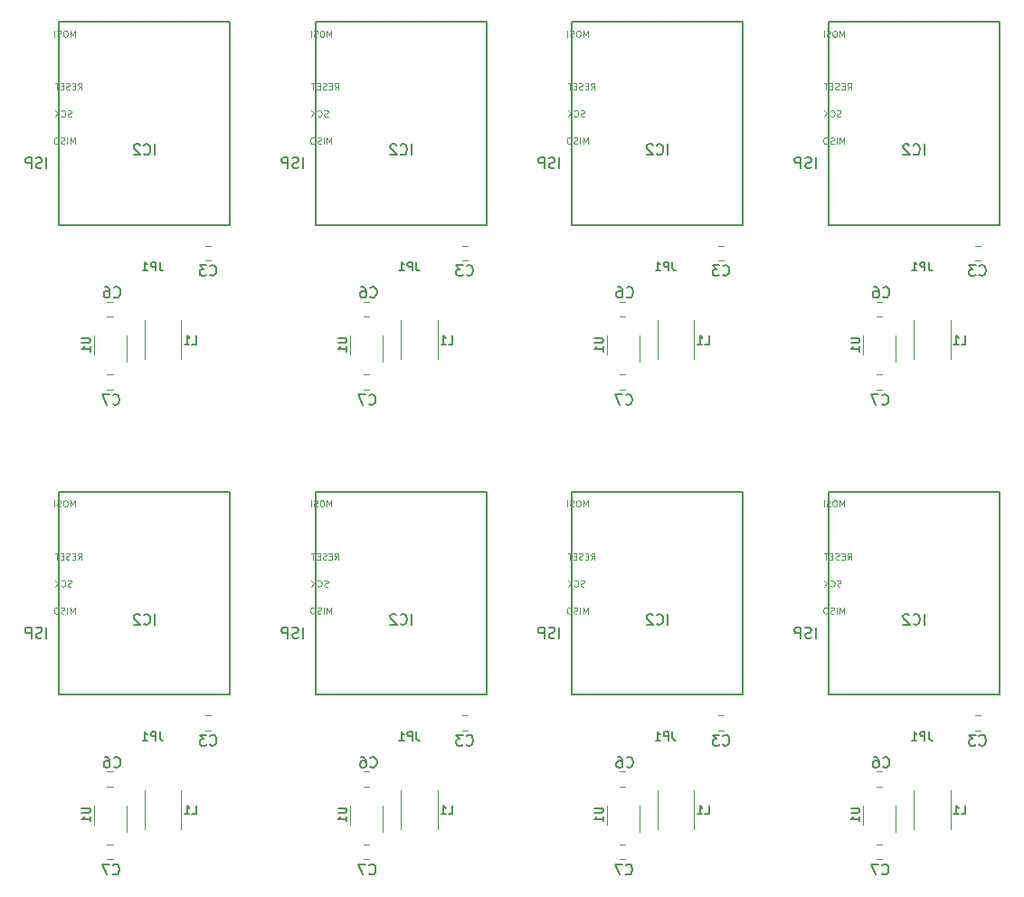
<source format=gbo>
%MOIN*%
%OFA0B0*%
%FSLAX46Y46*%
%IPPOS*%
%LPD*%
%ADD10C,0.005905511811023622*%
%ADD11C,0.0039370078740157488*%
%ADD12C,0.0047244094488188976*%
%ADD23C,0.005905511811023622*%
%ADD24C,0.0039370078740157488*%
%ADD25C,0.0047244094488188976*%
%ADD26C,0.005905511811023622*%
%ADD27C,0.0039370078740157488*%
%ADD28C,0.0047244094488188976*%
%ADD29C,0.005905511811023622*%
%ADD30C,0.0039370078740157488*%
%ADD31C,0.0047244094488188976*%
%ADD32C,0.005905511811023622*%
%ADD33C,0.0039370078740157488*%
%ADD34C,0.0047244094488188976*%
%ADD35C,0.005905511811023622*%
%ADD36C,0.0039370078740157488*%
%ADD37C,0.0047244094488188976*%
%ADD38C,0.005905511811023622*%
%ADD39C,0.0039370078740157488*%
%ADD40C,0.0047244094488188976*%
%ADD41C,0.005905511811023622*%
%ADD42C,0.0039370078740157488*%
%ADD43C,0.0047244094488188976*%
D10*
X0000095519Y0000905949D02*
X0000095519Y0000945319D01*
X0000078646Y0000907824D02*
X0000073022Y0000905949D01*
X0000063648Y0000905949D01*
X0000059898Y0000907824D01*
X0000058023Y0000909699D01*
X0000056149Y0000913448D01*
X0000056149Y0000917198D01*
X0000058023Y0000920947D01*
X0000059898Y0000922822D01*
X0000063648Y0000924697D01*
X0000071147Y0000926572D01*
X0000074896Y0000928446D01*
X0000076771Y0000930321D01*
X0000078646Y0000934071D01*
X0000078646Y0000937820D01*
X0000076771Y0000941570D01*
X0000074896Y0000943444D01*
X0000071147Y0000945319D01*
X0000061773Y0000945319D01*
X0000056149Y0000943444D01*
X0000039276Y0000905949D02*
X0000039276Y0000945319D01*
X0000024278Y0000945319D01*
X0000020528Y0000943444D01*
X0000018653Y0000941570D01*
X0000016779Y0000937820D01*
X0000016779Y0000932196D01*
X0000018653Y0000928446D01*
X0000020528Y0000926572D01*
X0000024278Y0000924697D01*
X0000039276Y0000924697D01*
D11*
X0000199206Y0000995573D02*
X0000199206Y0001019195D01*
X0000191332Y0001002322D01*
X0000183458Y0001019195D01*
X0000183458Y0000995573D01*
X0000172210Y0000995573D02*
X0000172210Y0001019195D01*
X0000162086Y0000996698D02*
X0000158711Y0000995573D01*
X0000153087Y0000995573D01*
X0000150837Y0000996698D01*
X0000149713Y0000997823D01*
X0000148588Y0001000073D01*
X0000148588Y0001002322D01*
X0000149713Y0001004572D01*
X0000150837Y0001005697D01*
X0000153087Y0001006822D01*
X0000157587Y0001007947D01*
X0000159836Y0001009072D01*
X0000160961Y0001010196D01*
X0000162086Y0001012446D01*
X0000162086Y0001014696D01*
X0000160961Y0001016945D01*
X0000159836Y0001018070D01*
X0000157587Y0001019195D01*
X0000151962Y0001019195D01*
X0000148588Y0001018070D01*
X0000133965Y0001019195D02*
X0000129465Y0001019195D01*
X0000127215Y0001018070D01*
X0000124966Y0001015821D01*
X0000123841Y0001011321D01*
X0000123841Y0001003447D01*
X0000124966Y0000998948D01*
X0000127215Y0000996698D01*
X0000129465Y0000995573D01*
X0000133965Y0000995573D01*
X0000136214Y0000996698D01*
X0000138464Y0000998948D01*
X0000139589Y0001003447D01*
X0000139589Y0001011321D01*
X0000138464Y0001015821D01*
X0000136214Y0001018070D01*
X0000133965Y0001019195D01*
X0000187457Y0001096698D02*
X0000184083Y0001095573D01*
X0000178458Y0001095573D01*
X0000176209Y0001096698D01*
X0000175084Y0001097823D01*
X0000173959Y0001100073D01*
X0000173959Y0001102322D01*
X0000175084Y0001104572D01*
X0000176209Y0001105697D01*
X0000178458Y0001106822D01*
X0000182958Y0001107947D01*
X0000185208Y0001109072D01*
X0000186332Y0001110196D01*
X0000187457Y0001112446D01*
X0000187457Y0001114696D01*
X0000186332Y0001116946D01*
X0000185208Y0001118070D01*
X0000182958Y0001119195D01*
X0000177334Y0001119195D01*
X0000173959Y0001118070D01*
X0000150337Y0001097823D02*
X0000151462Y0001096698D01*
X0000154836Y0001095573D01*
X0000157086Y0001095573D01*
X0000160461Y0001096698D01*
X0000162710Y0001098948D01*
X0000163835Y0001101197D01*
X0000164960Y0001105697D01*
X0000164960Y0001109072D01*
X0000163835Y0001113571D01*
X0000162710Y0001115821D01*
X0000160461Y0001118070D01*
X0000157086Y0001119195D01*
X0000154836Y0001119195D01*
X0000151462Y0001118070D01*
X0000150337Y0001116946D01*
X0000140213Y0001095573D02*
X0000140213Y0001119195D01*
X0000126715Y0001095573D02*
X0000136839Y0001109072D01*
X0000126715Y0001119195D02*
X0000140213Y0001105697D01*
X0000211394Y0001195573D02*
X0000219268Y0001206822D01*
X0000224893Y0001195573D02*
X0000224893Y0001219195D01*
X0000215894Y0001219195D01*
X0000213644Y0001218070D01*
X0000212519Y0001216945D01*
X0000211394Y0001214696D01*
X0000211394Y0001211321D01*
X0000212519Y0001209072D01*
X0000213644Y0001207947D01*
X0000215894Y0001206822D01*
X0000224893Y0001206822D01*
X0000201271Y0001207947D02*
X0000193397Y0001207947D01*
X0000190022Y0001195573D02*
X0000201271Y0001195573D01*
X0000201271Y0001219195D01*
X0000190022Y0001219195D01*
X0000181023Y0001196698D02*
X0000177648Y0001195573D01*
X0000172024Y0001195573D01*
X0000169775Y0001196698D01*
X0000168650Y0001197823D01*
X0000167525Y0001200073D01*
X0000167525Y0001202322D01*
X0000168650Y0001204572D01*
X0000169775Y0001205697D01*
X0000172024Y0001206822D01*
X0000176524Y0001207947D01*
X0000178773Y0001209072D01*
X0000179898Y0001210196D01*
X0000181023Y0001212446D01*
X0000181023Y0001214696D01*
X0000179898Y0001216945D01*
X0000178773Y0001218070D01*
X0000176524Y0001219195D01*
X0000170899Y0001219195D01*
X0000167525Y0001218070D01*
X0000157401Y0001207947D02*
X0000149527Y0001207947D01*
X0000146152Y0001195573D02*
X0000157401Y0001195573D01*
X0000157401Y0001219195D01*
X0000146152Y0001219195D01*
X0000139403Y0001219195D02*
X0000125905Y0001219195D01*
X0000132654Y0001195573D02*
X0000132654Y0001219195D01*
X0000199206Y0001390573D02*
X0000199206Y0001414195D01*
X0000191332Y0001397322D01*
X0000183458Y0001414195D01*
X0000183458Y0001390573D01*
X0000167710Y0001414195D02*
X0000163211Y0001414195D01*
X0000160961Y0001413070D01*
X0000158711Y0001410821D01*
X0000157587Y0001406321D01*
X0000157587Y0001398447D01*
X0000158711Y0001393948D01*
X0000160961Y0001391698D01*
X0000163211Y0001390573D01*
X0000167710Y0001390573D01*
X0000169960Y0001391698D01*
X0000172210Y0001393948D01*
X0000173335Y0001398447D01*
X0000173335Y0001406321D01*
X0000172210Y0001410821D01*
X0000169960Y0001413070D01*
X0000167710Y0001414195D01*
X0000148588Y0001391698D02*
X0000145213Y0001390573D01*
X0000139589Y0001390573D01*
X0000137339Y0001391698D01*
X0000136214Y0001392823D01*
X0000135089Y0001395073D01*
X0000135089Y0001397322D01*
X0000136214Y0001399572D01*
X0000137339Y0001400697D01*
X0000139589Y0001401822D01*
X0000144088Y0001402947D01*
X0000146338Y0001404071D01*
X0000147463Y0001405196D01*
X0000148588Y0001407446D01*
X0000148588Y0001409696D01*
X0000147463Y0001411946D01*
X0000146338Y0001413070D01*
X0000144088Y0001414195D01*
X0000138464Y0001414195D01*
X0000135089Y0001413070D01*
X0000124966Y0001390573D02*
X0000124966Y0001414195D01*
D12*
X0000590944Y0000346456D02*
X0000590944Y0000201328D01*
X0000456299Y0000346456D02*
X0000456299Y0000201328D01*
X0000339025Y0000090157D02*
X0000318454Y0000090157D01*
X0000339025Y0000146062D02*
X0000318454Y0000146062D01*
X0000318454Y0000413779D02*
X0000339025Y0000413779D01*
X0000318454Y0000357874D02*
X0000339025Y0000357874D01*
X0000702214Y0000564566D02*
X0000681643Y0000564566D01*
X0000702214Y0000620472D02*
X0000681643Y0000620472D01*
D10*
X0000772047Y0000697559D02*
X0000142125Y0000697559D01*
X0000142125Y0000697559D02*
X0000142125Y0001445590D01*
X0000142125Y0001445590D02*
X0000772047Y0001445590D01*
X0000772047Y0001445590D02*
X0000772047Y0000697559D01*
D12*
X0000390157Y0000288582D02*
X0000390157Y0000192913D01*
X0000269291Y0000219291D02*
X0000269291Y0000288582D01*
D10*
X0000631233Y0000257405D02*
X0000646231Y0000257405D01*
X0000646231Y0000288901D01*
X0000604236Y0000257405D02*
X0000622234Y0000257405D01*
X0000613235Y0000257405D02*
X0000613235Y0000288901D01*
X0000616235Y0000284401D01*
X0000619235Y0000281402D01*
X0000622234Y0000279902D01*
X0000339238Y0000037120D02*
X0000341113Y0000035245D01*
X0000346737Y0000033370D01*
X0000350487Y0000033370D01*
X0000356111Y0000035245D01*
X0000359861Y0000038995D01*
X0000361736Y0000042744D01*
X0000363610Y0000050243D01*
X0000363610Y0000055868D01*
X0000361736Y0000063367D01*
X0000359861Y0000067116D01*
X0000356111Y0000070866D01*
X0000350487Y0000072740D01*
X0000346737Y0000072740D01*
X0000341113Y0000070866D01*
X0000339238Y0000068991D01*
X0000326115Y0000072740D02*
X0000299868Y0000072740D01*
X0000316741Y0000033370D01*
X0000343175Y0000432789D02*
X0000345050Y0000430914D01*
X0000350674Y0000429040D01*
X0000354424Y0000429040D01*
X0000360048Y0000430914D01*
X0000363798Y0000434664D01*
X0000365672Y0000438413D01*
X0000367547Y0000445912D01*
X0000367547Y0000451537D01*
X0000365672Y0000459036D01*
X0000363798Y0000462785D01*
X0000360048Y0000466535D01*
X0000354424Y0000468410D01*
X0000350674Y0000468410D01*
X0000345050Y0000466535D01*
X0000343175Y0000464660D01*
X0000309430Y0000468410D02*
X0000316929Y0000468410D01*
X0000320678Y0000466535D01*
X0000322553Y0000464660D01*
X0000326302Y0000459036D01*
X0000328177Y0000451537D01*
X0000328177Y0000436539D01*
X0000326302Y0000432789D01*
X0000324428Y0000430914D01*
X0000320678Y0000429040D01*
X0000313179Y0000429040D01*
X0000309430Y0000430914D01*
X0000307555Y0000432789D01*
X0000305680Y0000436539D01*
X0000305680Y0000445912D01*
X0000307555Y0000449662D01*
X0000309430Y0000451537D01*
X0000313179Y0000453412D01*
X0000320678Y0000453412D01*
X0000324428Y0000451537D01*
X0000326302Y0000449662D01*
X0000328177Y0000445912D01*
X0000697506Y0000513498D02*
X0000699381Y0000511623D01*
X0000705005Y0000509748D01*
X0000708755Y0000509748D01*
X0000714379Y0000511623D01*
X0000718128Y0000515373D01*
X0000720003Y0000519122D01*
X0000721878Y0000526621D01*
X0000721878Y0000532245D01*
X0000720003Y0000539745D01*
X0000718128Y0000543494D01*
X0000714379Y0000547244D01*
X0000708755Y0000549118D01*
X0000705005Y0000549118D01*
X0000699381Y0000547244D01*
X0000697506Y0000545369D01*
X0000684383Y0000549118D02*
X0000660011Y0000549118D01*
X0000673134Y0000534120D01*
X0000667510Y0000534120D01*
X0000663760Y0000532245D01*
X0000661885Y0000530371D01*
X0000660011Y0000526621D01*
X0000660011Y0000517247D01*
X0000661885Y0000513498D01*
X0000663760Y0000511623D01*
X0000667510Y0000509748D01*
X0000678758Y0000509748D01*
X0000682508Y0000511623D01*
X0000684383Y0000513498D01*
X0000512467Y0000560554D02*
X0000512467Y0000538057D01*
X0000513966Y0000533558D01*
X0000516966Y0000530558D01*
X0000521466Y0000529058D01*
X0000524465Y0000529058D01*
X0000497469Y0000529058D02*
X0000497469Y0000560554D01*
X0000485470Y0000560554D01*
X0000482470Y0000559055D01*
X0000480971Y0000557555D01*
X0000479471Y0000554555D01*
X0000479471Y0000550056D01*
X0000480971Y0000547056D01*
X0000482470Y0000545556D01*
X0000485470Y0000544056D01*
X0000497469Y0000544056D01*
X0000449475Y0000529058D02*
X0000467472Y0000529058D01*
X0000458473Y0000529058D02*
X0000458473Y0000560554D01*
X0000461473Y0000556055D01*
X0000464473Y0000553055D01*
X0000467472Y0000551556D01*
X0000495519Y0000955339D02*
X0000495519Y0000994709D01*
X0000454274Y0000959088D02*
X0000456149Y0000957214D01*
X0000461773Y0000955339D01*
X0000465523Y0000955339D01*
X0000471147Y0000957214D01*
X0000474896Y0000960963D01*
X0000476771Y0000964713D01*
X0000478646Y0000972212D01*
X0000478646Y0000977836D01*
X0000476771Y0000985335D01*
X0000474896Y0000989085D01*
X0000471147Y0000992834D01*
X0000465523Y0000994709D01*
X0000461773Y0000994709D01*
X0000456149Y0000992834D01*
X0000454274Y0000990959D01*
X0000439276Y0000990959D02*
X0000437401Y0000992834D01*
X0000433651Y0000994709D01*
X0000424278Y0000994709D01*
X0000420528Y0000992834D01*
X0000418653Y0000990959D01*
X0000416779Y0000987210D01*
X0000416779Y0000983460D01*
X0000418653Y0000977836D01*
X0000441151Y0000955339D01*
X0000416779Y0000955339D01*
X0000224878Y0000279902D02*
X0000250374Y0000279902D01*
X0000253374Y0000278402D01*
X0000254874Y0000276902D01*
X0000256374Y0000273903D01*
X0000256374Y0000267903D01*
X0000254874Y0000264904D01*
X0000253374Y0000263404D01*
X0000250374Y0000261904D01*
X0000224878Y0000261904D01*
X0000256374Y0000230408D02*
X0000256374Y0000248406D01*
X0000256374Y0000239407D02*
X0000224878Y0000239407D01*
X0000229377Y0000242407D01*
X0000232377Y0000245406D01*
X0000233876Y0000248406D01*
G04 next file*
G04 #@! TF.GenerationSoftware,KiCad,Pcbnew,(5.1.2)-2*
G04 #@! TF.CreationDate,2019-11-25T20:14:03+01:00*
G04 #@! TF.ProjectId,HM-LC-SW1-BA-PCB_mini_MAX1724,484d2d4c-432d-4535-9731-2d42412d5043,rev?*
G04 #@! TF.SameCoordinates,Original*
G04 #@! TF.FileFunction,Legend,Bot*
G04 #@! TF.FilePolarity,Positive*
G04 Gerber Fmt 4.6, Leading zero omitted, Abs format (unit mm)*
G04 Created by KiCad (PCBNEW (5.1.2)-2) date 2019-11-25 20:14:03*
G04 APERTURE LIST*
G04 APERTURE END LIST*
D23*
X0000095519Y0002638233D02*
X0000095519Y0002677603D01*
X0000078646Y0002640107D02*
X0000073022Y0002638233D01*
X0000063648Y0002638233D01*
X0000059898Y0002640107D01*
X0000058023Y0002641982D01*
X0000056149Y0002645732D01*
X0000056149Y0002649481D01*
X0000058023Y0002653231D01*
X0000059898Y0002655105D01*
X0000063648Y0002656980D01*
X0000071147Y0002658855D01*
X0000074896Y0002660730D01*
X0000076771Y0002662605D01*
X0000078646Y0002666354D01*
X0000078646Y0002670104D01*
X0000076771Y0002673853D01*
X0000074896Y0002675728D01*
X0000071147Y0002677603D01*
X0000061773Y0002677603D01*
X0000056149Y0002675728D01*
X0000039276Y0002638233D02*
X0000039276Y0002677603D01*
X0000024278Y0002677603D01*
X0000020528Y0002675728D01*
X0000018653Y0002673853D01*
X0000016779Y0002670104D01*
X0000016779Y0002664479D01*
X0000018653Y0002660730D01*
X0000020528Y0002658855D01*
X0000024278Y0002656980D01*
X0000039276Y0002656980D01*
D24*
X0000199206Y0002727857D02*
X0000199206Y0002751479D01*
X0000191332Y0002734606D01*
X0000183458Y0002751479D01*
X0000183458Y0002727857D01*
X0000172210Y0002727857D02*
X0000172210Y0002751479D01*
X0000162086Y0002728982D02*
X0000158711Y0002727857D01*
X0000153087Y0002727857D01*
X0000150837Y0002728982D01*
X0000149713Y0002730106D01*
X0000148588Y0002732356D01*
X0000148588Y0002734606D01*
X0000149713Y0002736856D01*
X0000150837Y0002737980D01*
X0000153087Y0002739105D01*
X0000157587Y0002740230D01*
X0000159836Y0002741355D01*
X0000160961Y0002742480D01*
X0000162086Y0002744730D01*
X0000162086Y0002746979D01*
X0000160961Y0002749229D01*
X0000159836Y0002750354D01*
X0000157587Y0002751479D01*
X0000151962Y0002751479D01*
X0000148588Y0002750354D01*
X0000133965Y0002751479D02*
X0000129465Y0002751479D01*
X0000127215Y0002750354D01*
X0000124966Y0002748104D01*
X0000123841Y0002743605D01*
X0000123841Y0002735731D01*
X0000124966Y0002731231D01*
X0000127215Y0002728982D01*
X0000129465Y0002727857D01*
X0000133965Y0002727857D01*
X0000136214Y0002728982D01*
X0000138464Y0002731231D01*
X0000139589Y0002735731D01*
X0000139589Y0002743605D01*
X0000138464Y0002748104D01*
X0000136214Y0002750354D01*
X0000133965Y0002751479D01*
X0000187457Y0002828982D02*
X0000184083Y0002827857D01*
X0000178458Y0002827857D01*
X0000176209Y0002828982D01*
X0000175084Y0002830106D01*
X0000173959Y0002832356D01*
X0000173959Y0002834606D01*
X0000175084Y0002836856D01*
X0000176209Y0002837980D01*
X0000178458Y0002839105D01*
X0000182958Y0002840230D01*
X0000185208Y0002841355D01*
X0000186332Y0002842480D01*
X0000187457Y0002844730D01*
X0000187457Y0002846979D01*
X0000186332Y0002849229D01*
X0000185208Y0002850354D01*
X0000182958Y0002851479D01*
X0000177334Y0002851479D01*
X0000173959Y0002850354D01*
X0000150337Y0002830106D02*
X0000151462Y0002828982D01*
X0000154836Y0002827857D01*
X0000157086Y0002827857D01*
X0000160461Y0002828982D01*
X0000162710Y0002831231D01*
X0000163835Y0002833481D01*
X0000164960Y0002837980D01*
X0000164960Y0002841355D01*
X0000163835Y0002845854D01*
X0000162710Y0002848104D01*
X0000160461Y0002850354D01*
X0000157086Y0002851479D01*
X0000154836Y0002851479D01*
X0000151462Y0002850354D01*
X0000150337Y0002849229D01*
X0000140213Y0002827857D02*
X0000140213Y0002851479D01*
X0000126715Y0002827857D02*
X0000136839Y0002841355D01*
X0000126715Y0002851479D02*
X0000140213Y0002837980D01*
X0000211394Y0002927857D02*
X0000219268Y0002939105D01*
X0000224893Y0002927857D02*
X0000224893Y0002951479D01*
X0000215894Y0002951479D01*
X0000213644Y0002950354D01*
X0000212519Y0002949229D01*
X0000211394Y0002946979D01*
X0000211394Y0002943605D01*
X0000212519Y0002941355D01*
X0000213644Y0002940230D01*
X0000215894Y0002939105D01*
X0000224893Y0002939105D01*
X0000201271Y0002940230D02*
X0000193397Y0002940230D01*
X0000190022Y0002927857D02*
X0000201271Y0002927857D01*
X0000201271Y0002951479D01*
X0000190022Y0002951479D01*
X0000181023Y0002928982D02*
X0000177648Y0002927857D01*
X0000172024Y0002927857D01*
X0000169775Y0002928982D01*
X0000168650Y0002930106D01*
X0000167525Y0002932356D01*
X0000167525Y0002934606D01*
X0000168650Y0002936856D01*
X0000169775Y0002937980D01*
X0000172024Y0002939105D01*
X0000176524Y0002940230D01*
X0000178773Y0002941355D01*
X0000179898Y0002942480D01*
X0000181023Y0002944730D01*
X0000181023Y0002946979D01*
X0000179898Y0002949229D01*
X0000178773Y0002950354D01*
X0000176524Y0002951479D01*
X0000170899Y0002951479D01*
X0000167525Y0002950354D01*
X0000157401Y0002940230D02*
X0000149527Y0002940230D01*
X0000146152Y0002927857D02*
X0000157401Y0002927857D01*
X0000157401Y0002951479D01*
X0000146152Y0002951479D01*
X0000139403Y0002951479D02*
X0000125905Y0002951479D01*
X0000132654Y0002927857D02*
X0000132654Y0002951479D01*
X0000199206Y0003122857D02*
X0000199206Y0003146479D01*
X0000191332Y0003129606D01*
X0000183458Y0003146479D01*
X0000183458Y0003122857D01*
X0000167710Y0003146479D02*
X0000163211Y0003146479D01*
X0000160961Y0003145354D01*
X0000158711Y0003143104D01*
X0000157587Y0003138605D01*
X0000157587Y0003130731D01*
X0000158711Y0003126231D01*
X0000160961Y0003123982D01*
X0000163211Y0003122857D01*
X0000167710Y0003122857D01*
X0000169960Y0003123982D01*
X0000172210Y0003126231D01*
X0000173335Y0003130731D01*
X0000173335Y0003138605D01*
X0000172210Y0003143104D01*
X0000169960Y0003145354D01*
X0000167710Y0003146479D01*
X0000148588Y0003123982D02*
X0000145213Y0003122857D01*
X0000139589Y0003122857D01*
X0000137339Y0003123982D01*
X0000136214Y0003125106D01*
X0000135089Y0003127356D01*
X0000135089Y0003129606D01*
X0000136214Y0003131856D01*
X0000137339Y0003132980D01*
X0000139589Y0003134105D01*
X0000144088Y0003135230D01*
X0000146338Y0003136355D01*
X0000147463Y0003137480D01*
X0000148588Y0003139730D01*
X0000148588Y0003141979D01*
X0000147463Y0003144229D01*
X0000146338Y0003145354D01*
X0000144088Y0003146479D01*
X0000138464Y0003146479D01*
X0000135089Y0003145354D01*
X0000124966Y0003122857D02*
X0000124966Y0003146479D01*
D25*
X0000590944Y0002078740D02*
X0000590944Y0001933612D01*
X0000456299Y0002078740D02*
X0000456299Y0001933612D01*
X0000339025Y0001822440D02*
X0000318454Y0001822440D01*
X0000339025Y0001878346D02*
X0000318454Y0001878346D01*
X0000318454Y0002146062D02*
X0000339025Y0002146062D01*
X0000318454Y0002090157D02*
X0000339025Y0002090157D01*
X0000702214Y0002296850D02*
X0000681643Y0002296850D01*
X0000702214Y0002352755D02*
X0000681643Y0002352755D01*
D23*
X0000772047Y0002429842D02*
X0000142125Y0002429842D01*
X0000142125Y0002429842D02*
X0000142125Y0003177874D01*
X0000142125Y0003177874D02*
X0000772047Y0003177874D01*
X0000772047Y0003177874D02*
X0000772047Y0002429842D01*
D25*
X0000390157Y0002020866D02*
X0000390157Y0001925196D01*
X0000269291Y0001951574D02*
X0000269291Y0002020866D01*
D23*
X0000631233Y0001989688D02*
X0000646231Y0001989688D01*
X0000646231Y0002021184D01*
X0000604236Y0001989688D02*
X0000622234Y0001989688D01*
X0000613235Y0001989688D02*
X0000613235Y0002021184D01*
X0000616235Y0002016685D01*
X0000619235Y0002013685D01*
X0000622234Y0002012185D01*
X0000339238Y0001769403D02*
X0000341113Y0001767529D01*
X0000346737Y0001765654D01*
X0000350487Y0001765654D01*
X0000356111Y0001767529D01*
X0000359861Y0001771278D01*
X0000361736Y0001775028D01*
X0000363610Y0001782527D01*
X0000363610Y0001788151D01*
X0000361736Y0001795650D01*
X0000359861Y0001799400D01*
X0000356111Y0001803149D01*
X0000350487Y0001805024D01*
X0000346737Y0001805024D01*
X0000341113Y0001803149D01*
X0000339238Y0001801274D01*
X0000326115Y0001805024D02*
X0000299868Y0001805024D01*
X0000316741Y0001765654D01*
X0000343175Y0002165073D02*
X0000345050Y0002163198D01*
X0000350674Y0002161323D01*
X0000354424Y0002161323D01*
X0000360048Y0002163198D01*
X0000363798Y0002166947D01*
X0000365672Y0002170697D01*
X0000367547Y0002178196D01*
X0000367547Y0002183820D01*
X0000365672Y0002191319D01*
X0000363798Y0002195069D01*
X0000360048Y0002198818D01*
X0000354424Y0002200693D01*
X0000350674Y0002200693D01*
X0000345050Y0002198818D01*
X0000343175Y0002196944D01*
X0000309430Y0002200693D02*
X0000316929Y0002200693D01*
X0000320678Y0002198818D01*
X0000322553Y0002196944D01*
X0000326302Y0002191319D01*
X0000328177Y0002183820D01*
X0000328177Y0002168822D01*
X0000326302Y0002165073D01*
X0000324428Y0002163198D01*
X0000320678Y0002161323D01*
X0000313179Y0002161323D01*
X0000309430Y0002163198D01*
X0000307555Y0002165073D01*
X0000305680Y0002168822D01*
X0000305680Y0002178196D01*
X0000307555Y0002181946D01*
X0000309430Y0002183820D01*
X0000313179Y0002185695D01*
X0000320678Y0002185695D01*
X0000324428Y0002183820D01*
X0000326302Y0002181946D01*
X0000328177Y0002178196D01*
X0000697506Y0002245781D02*
X0000699381Y0002243907D01*
X0000705005Y0002242032D01*
X0000708755Y0002242032D01*
X0000714379Y0002243907D01*
X0000718128Y0002247656D01*
X0000720003Y0002251406D01*
X0000721878Y0002258905D01*
X0000721878Y0002264529D01*
X0000720003Y0002272028D01*
X0000718128Y0002275778D01*
X0000714379Y0002279527D01*
X0000708755Y0002281402D01*
X0000705005Y0002281402D01*
X0000699381Y0002279527D01*
X0000697506Y0002277652D01*
X0000684383Y0002281402D02*
X0000660011Y0002281402D01*
X0000673134Y0002266404D01*
X0000667510Y0002266404D01*
X0000663760Y0002264529D01*
X0000661885Y0002262654D01*
X0000660011Y0002258905D01*
X0000660011Y0002249531D01*
X0000661885Y0002245781D01*
X0000663760Y0002243907D01*
X0000667510Y0002242032D01*
X0000678758Y0002242032D01*
X0000682508Y0002243907D01*
X0000684383Y0002245781D01*
X0000512467Y0002292838D02*
X0000512467Y0002270341D01*
X0000513966Y0002265841D01*
X0000516966Y0002262842D01*
X0000521466Y0002261342D01*
X0000524465Y0002261342D01*
X0000497469Y0002261342D02*
X0000497469Y0002292838D01*
X0000485470Y0002292838D01*
X0000482470Y0002291338D01*
X0000480971Y0002289838D01*
X0000479471Y0002286839D01*
X0000479471Y0002282339D01*
X0000480971Y0002279340D01*
X0000482470Y0002277840D01*
X0000485470Y0002276340D01*
X0000497469Y0002276340D01*
X0000449475Y0002261342D02*
X0000467472Y0002261342D01*
X0000458473Y0002261342D02*
X0000458473Y0002292838D01*
X0000461473Y0002288338D01*
X0000464473Y0002285339D01*
X0000467472Y0002283839D01*
X0000495519Y0002687622D02*
X0000495519Y0002726992D01*
X0000454274Y0002691372D02*
X0000456149Y0002689497D01*
X0000461773Y0002687622D01*
X0000465523Y0002687622D01*
X0000471147Y0002689497D01*
X0000474896Y0002693247D01*
X0000476771Y0002696996D01*
X0000478646Y0002704495D01*
X0000478646Y0002710120D01*
X0000476771Y0002717619D01*
X0000474896Y0002721368D01*
X0000471147Y0002725118D01*
X0000465523Y0002726992D01*
X0000461773Y0002726992D01*
X0000456149Y0002725118D01*
X0000454274Y0002723243D01*
X0000439276Y0002723243D02*
X0000437401Y0002725118D01*
X0000433651Y0002726992D01*
X0000424278Y0002726992D01*
X0000420528Y0002725118D01*
X0000418653Y0002723243D01*
X0000416779Y0002719493D01*
X0000416779Y0002715744D01*
X0000418653Y0002710120D01*
X0000441151Y0002687622D01*
X0000416779Y0002687622D01*
X0000224878Y0002012185D02*
X0000250374Y0002012185D01*
X0000253374Y0002010686D01*
X0000254874Y0002009186D01*
X0000256374Y0002006186D01*
X0000256374Y0002000187D01*
X0000254874Y0001997187D01*
X0000253374Y0001995688D01*
X0000250374Y0001994188D01*
X0000224878Y0001994188D01*
X0000256374Y0001962692D02*
X0000256374Y0001980689D01*
X0000256374Y0001971691D02*
X0000224878Y0001971691D01*
X0000229377Y0001974690D01*
X0000232377Y0001977690D01*
X0000233876Y0001980689D01*
G04 next file*
G04 #@! TF.GenerationSoftware,KiCad,Pcbnew,(5.1.2)-2*
G04 #@! TF.CreationDate,2019-11-25T20:14:03+01:00*
G04 #@! TF.ProjectId,HM-LC-SW1-BA-PCB_mini_MAX1724,484d2d4c-432d-4535-9731-2d42412d5043,rev?*
G04 #@! TF.SameCoordinates,Original*
G04 #@! TF.FileFunction,Legend,Bot*
G04 #@! TF.FilePolarity,Positive*
G04 Gerber Fmt 4.6, Leading zero omitted, Abs format (unit mm)*
G04 Created by KiCad (PCBNEW (5.1.2)-2) date 2019-11-25 20:14:03*
G04 APERTURE LIST*
G04 APERTURE END LIST*
D26*
X0001040401Y0000905949D02*
X0001040401Y0000945319D01*
X0001023528Y0000907824D02*
X0001017903Y0000905949D01*
X0001008530Y0000905949D01*
X0001004780Y0000907824D01*
X0001002905Y0000909699D01*
X0001001031Y0000913448D01*
X0001001031Y0000917198D01*
X0001002905Y0000920947D01*
X0001004780Y0000922822D01*
X0001008530Y0000924697D01*
X0001016029Y0000926572D01*
X0001019778Y0000928446D01*
X0001021653Y0000930321D01*
X0001023528Y0000934071D01*
X0001023528Y0000937820D01*
X0001021653Y0000941570D01*
X0001019778Y0000943444D01*
X0001016029Y0000945319D01*
X0001006655Y0000945319D01*
X0001001031Y0000943444D01*
X0000984158Y0000905949D02*
X0000984158Y0000945319D01*
X0000969160Y0000945319D01*
X0000965410Y0000943444D01*
X0000963535Y0000941570D01*
X0000961660Y0000937820D01*
X0000961660Y0000932196D01*
X0000963535Y0000928446D01*
X0000965410Y0000926572D01*
X0000969160Y0000924697D01*
X0000984158Y0000924697D01*
D27*
X0001144088Y0000995573D02*
X0001144088Y0001019195D01*
X0001136214Y0001002322D01*
X0001128340Y0001019195D01*
X0001128340Y0000995573D01*
X0001117092Y0000995573D02*
X0001117092Y0001019195D01*
X0001106968Y0000996698D02*
X0001103593Y0000995573D01*
X0001097969Y0000995573D01*
X0001095719Y0000996698D01*
X0001094595Y0000997823D01*
X0001093470Y0001000073D01*
X0001093470Y0001002322D01*
X0001094595Y0001004572D01*
X0001095719Y0001005697D01*
X0001097969Y0001006822D01*
X0001102469Y0001007947D01*
X0001104718Y0001009072D01*
X0001105843Y0001010196D01*
X0001106968Y0001012446D01*
X0001106968Y0001014696D01*
X0001105843Y0001016945D01*
X0001104718Y0001018070D01*
X0001102469Y0001019195D01*
X0001096844Y0001019195D01*
X0001093470Y0001018070D01*
X0001078847Y0001019195D02*
X0001074347Y0001019195D01*
X0001072097Y0001018070D01*
X0001069848Y0001015821D01*
X0001068723Y0001011321D01*
X0001068723Y0001003447D01*
X0001069848Y0000998948D01*
X0001072097Y0000996698D01*
X0001074347Y0000995573D01*
X0001078847Y0000995573D01*
X0001081096Y0000996698D01*
X0001083346Y0000998948D01*
X0001084471Y0001003447D01*
X0001084471Y0001011321D01*
X0001083346Y0001015821D01*
X0001081096Y0001018070D01*
X0001078847Y0001019195D01*
X0001132339Y0001096698D02*
X0001128965Y0001095573D01*
X0001123340Y0001095573D01*
X0001121091Y0001096698D01*
X0001119966Y0001097823D01*
X0001118841Y0001100073D01*
X0001118841Y0001102322D01*
X0001119966Y0001104572D01*
X0001121091Y0001105697D01*
X0001123340Y0001106822D01*
X0001127840Y0001107947D01*
X0001130089Y0001109072D01*
X0001131214Y0001110196D01*
X0001132339Y0001112446D01*
X0001132339Y0001114696D01*
X0001131214Y0001116946D01*
X0001130089Y0001118070D01*
X0001127840Y0001119195D01*
X0001122215Y0001119195D01*
X0001118841Y0001118070D01*
X0001095219Y0001097823D02*
X0001096344Y0001096698D01*
X0001099718Y0001095573D01*
X0001101968Y0001095573D01*
X0001105343Y0001096698D01*
X0001107592Y0001098948D01*
X0001108717Y0001101197D01*
X0001109842Y0001105697D01*
X0001109842Y0001109072D01*
X0001108717Y0001113571D01*
X0001107592Y0001115821D01*
X0001105343Y0001118070D01*
X0001101968Y0001119195D01*
X0001099718Y0001119195D01*
X0001096344Y0001118070D01*
X0001095219Y0001116946D01*
X0001085095Y0001095573D02*
X0001085095Y0001119195D01*
X0001071597Y0001095573D02*
X0001081721Y0001109072D01*
X0001071597Y0001119195D02*
X0001085095Y0001105697D01*
X0001156276Y0001195573D02*
X0001164150Y0001206822D01*
X0001169775Y0001195573D02*
X0001169775Y0001219195D01*
X0001160776Y0001219195D01*
X0001158526Y0001218070D01*
X0001157401Y0001216945D01*
X0001156276Y0001214696D01*
X0001156276Y0001211321D01*
X0001157401Y0001209072D01*
X0001158526Y0001207947D01*
X0001160776Y0001206822D01*
X0001169775Y0001206822D01*
X0001146152Y0001207947D02*
X0001138278Y0001207947D01*
X0001134904Y0001195573D02*
X0001146152Y0001195573D01*
X0001146152Y0001219195D01*
X0001134904Y0001219195D01*
X0001125905Y0001196698D02*
X0001122530Y0001195573D01*
X0001116906Y0001195573D01*
X0001114656Y0001196698D01*
X0001113532Y0001197823D01*
X0001112407Y0001200073D01*
X0001112407Y0001202322D01*
X0001113532Y0001204572D01*
X0001114656Y0001205697D01*
X0001116906Y0001206822D01*
X0001121406Y0001207947D01*
X0001123655Y0001209072D01*
X0001124780Y0001210196D01*
X0001125905Y0001212446D01*
X0001125905Y0001214696D01*
X0001124780Y0001216945D01*
X0001123655Y0001218070D01*
X0001121406Y0001219195D01*
X0001115781Y0001219195D01*
X0001112407Y0001218070D01*
X0001102283Y0001207947D02*
X0001094409Y0001207947D01*
X0001091034Y0001195573D02*
X0001102283Y0001195573D01*
X0001102283Y0001219195D01*
X0001091034Y0001219195D01*
X0001084285Y0001219195D02*
X0001070787Y0001219195D01*
X0001077536Y0001195573D02*
X0001077536Y0001219195D01*
X0001144088Y0001390573D02*
X0001144088Y0001414195D01*
X0001136214Y0001397322D01*
X0001128340Y0001414195D01*
X0001128340Y0001390573D01*
X0001112592Y0001414195D02*
X0001108093Y0001414195D01*
X0001105843Y0001413070D01*
X0001103593Y0001410821D01*
X0001102469Y0001406321D01*
X0001102469Y0001398447D01*
X0001103593Y0001393948D01*
X0001105843Y0001391698D01*
X0001108093Y0001390573D01*
X0001112592Y0001390573D01*
X0001114842Y0001391698D01*
X0001117092Y0001393948D01*
X0001118217Y0001398447D01*
X0001118217Y0001406321D01*
X0001117092Y0001410821D01*
X0001114842Y0001413070D01*
X0001112592Y0001414195D01*
X0001093470Y0001391698D02*
X0001090095Y0001390573D01*
X0001084471Y0001390573D01*
X0001082221Y0001391698D01*
X0001081096Y0001392823D01*
X0001079971Y0001395073D01*
X0001079971Y0001397322D01*
X0001081096Y0001399572D01*
X0001082221Y0001400697D01*
X0001084471Y0001401822D01*
X0001088970Y0001402947D01*
X0001091220Y0001404071D01*
X0001092345Y0001405196D01*
X0001093470Y0001407446D01*
X0001093470Y0001409696D01*
X0001092345Y0001411946D01*
X0001091220Y0001413070D01*
X0001088970Y0001414195D01*
X0001083346Y0001414195D01*
X0001079971Y0001413070D01*
X0001069848Y0001390573D02*
X0001069848Y0001414195D01*
D28*
X0001535826Y0000346456D02*
X0001535826Y0000201328D01*
X0001401181Y0000346456D02*
X0001401181Y0000201328D01*
X0001283907Y0000090157D02*
X0001263336Y0000090157D01*
X0001283907Y0000146062D02*
X0001263336Y0000146062D01*
X0001263336Y0000413779D02*
X0001283907Y0000413779D01*
X0001263336Y0000357874D02*
X0001283907Y0000357874D01*
X0001647096Y0000564566D02*
X0001626525Y0000564566D01*
X0001647096Y0000620472D02*
X0001626525Y0000620472D01*
D26*
X0001716929Y0000697559D02*
X0001087007Y0000697559D01*
X0001087007Y0000697559D02*
X0001087007Y0001445590D01*
X0001087007Y0001445590D02*
X0001716929Y0001445590D01*
X0001716929Y0001445590D02*
X0001716929Y0000697559D01*
D28*
X0001335039Y0000288582D02*
X0001335039Y0000192913D01*
X0001214173Y0000219291D02*
X0001214173Y0000288582D01*
D26*
X0001576115Y0000257405D02*
X0001591113Y0000257405D01*
X0001591113Y0000288901D01*
X0001549118Y0000257405D02*
X0001567116Y0000257405D01*
X0001558117Y0000257405D02*
X0001558117Y0000288901D01*
X0001561117Y0000284401D01*
X0001564116Y0000281402D01*
X0001567116Y0000279902D01*
X0001284120Y0000037120D02*
X0001285995Y0000035245D01*
X0001291619Y0000033370D01*
X0001295369Y0000033370D01*
X0001300993Y0000035245D01*
X0001304743Y0000038995D01*
X0001306617Y0000042744D01*
X0001308492Y0000050243D01*
X0001308492Y0000055868D01*
X0001306617Y0000063367D01*
X0001304743Y0000067116D01*
X0001300993Y0000070866D01*
X0001295369Y0000072740D01*
X0001291619Y0000072740D01*
X0001285995Y0000070866D01*
X0001284120Y0000068991D01*
X0001270997Y0000072740D02*
X0001244750Y0000072740D01*
X0001261623Y0000033370D01*
X0001288057Y0000432789D02*
X0001289932Y0000430914D01*
X0001295556Y0000429040D01*
X0001299306Y0000429040D01*
X0001304930Y0000430914D01*
X0001308680Y0000434664D01*
X0001310554Y0000438413D01*
X0001312429Y0000445912D01*
X0001312429Y0000451537D01*
X0001310554Y0000459036D01*
X0001308680Y0000462785D01*
X0001304930Y0000466535D01*
X0001299306Y0000468410D01*
X0001295556Y0000468410D01*
X0001289932Y0000466535D01*
X0001288057Y0000464660D01*
X0001254311Y0000468410D02*
X0001261811Y0000468410D01*
X0001265560Y0000466535D01*
X0001267435Y0000464660D01*
X0001271184Y0000459036D01*
X0001273059Y0000451537D01*
X0001273059Y0000436539D01*
X0001271184Y0000432789D01*
X0001269310Y0000430914D01*
X0001265560Y0000429040D01*
X0001258061Y0000429040D01*
X0001254311Y0000430914D01*
X0001252437Y0000432789D01*
X0001250562Y0000436539D01*
X0001250562Y0000445912D01*
X0001252437Y0000449662D01*
X0001254311Y0000451537D01*
X0001258061Y0000453412D01*
X0001265560Y0000453412D01*
X0001269310Y0000451537D01*
X0001271184Y0000449662D01*
X0001273059Y0000445912D01*
X0001642388Y0000513498D02*
X0001644263Y0000511623D01*
X0001649887Y0000509748D01*
X0001653636Y0000509748D01*
X0001659261Y0000511623D01*
X0001663010Y0000515373D01*
X0001664885Y0000519122D01*
X0001666760Y0000526621D01*
X0001666760Y0000532245D01*
X0001664885Y0000539745D01*
X0001663010Y0000543494D01*
X0001659261Y0000547244D01*
X0001653636Y0000549118D01*
X0001649887Y0000549118D01*
X0001644263Y0000547244D01*
X0001642388Y0000545369D01*
X0001629265Y0000549118D02*
X0001604893Y0000549118D01*
X0001618016Y0000534120D01*
X0001612392Y0000534120D01*
X0001608642Y0000532245D01*
X0001606767Y0000530371D01*
X0001604893Y0000526621D01*
X0001604893Y0000517247D01*
X0001606767Y0000513498D01*
X0001608642Y0000511623D01*
X0001612392Y0000509748D01*
X0001623640Y0000509748D01*
X0001627390Y0000511623D01*
X0001629265Y0000513498D01*
X0001457349Y0000560554D02*
X0001457349Y0000538057D01*
X0001458848Y0000533558D01*
X0001461848Y0000530558D01*
X0001466347Y0000529058D01*
X0001469347Y0000529058D01*
X0001442350Y0000529058D02*
X0001442350Y0000560554D01*
X0001430352Y0000560554D01*
X0001427352Y0000559055D01*
X0001425852Y0000557555D01*
X0001424353Y0000554555D01*
X0001424353Y0000550056D01*
X0001425852Y0000547056D01*
X0001427352Y0000545556D01*
X0001430352Y0000544056D01*
X0001442350Y0000544056D01*
X0001394356Y0000529058D02*
X0001412354Y0000529058D01*
X0001403355Y0000529058D02*
X0001403355Y0000560554D01*
X0001406355Y0000556055D01*
X0001409355Y0000553055D01*
X0001412354Y0000551556D01*
X0001440401Y0000955339D02*
X0001440401Y0000994709D01*
X0001399156Y0000959088D02*
X0001401031Y0000957214D01*
X0001406655Y0000955339D01*
X0001410404Y0000955339D01*
X0001416029Y0000957214D01*
X0001419778Y0000960963D01*
X0001421653Y0000964713D01*
X0001423528Y0000972212D01*
X0001423528Y0000977836D01*
X0001421653Y0000985335D01*
X0001419778Y0000989085D01*
X0001416029Y0000992834D01*
X0001410404Y0000994709D01*
X0001406655Y0000994709D01*
X0001401031Y0000992834D01*
X0001399156Y0000990959D01*
X0001384158Y0000990959D02*
X0001382283Y0000992834D01*
X0001378533Y0000994709D01*
X0001369160Y0000994709D01*
X0001365410Y0000992834D01*
X0001363535Y0000990959D01*
X0001361660Y0000987210D01*
X0001361660Y0000983460D01*
X0001363535Y0000977836D01*
X0001386032Y0000955339D01*
X0001361660Y0000955339D01*
X0001169760Y0000279902D02*
X0001195256Y0000279902D01*
X0001198256Y0000278402D01*
X0001199756Y0000276902D01*
X0001201256Y0000273903D01*
X0001201256Y0000267903D01*
X0001199756Y0000264904D01*
X0001198256Y0000263404D01*
X0001195256Y0000261904D01*
X0001169760Y0000261904D01*
X0001201256Y0000230408D02*
X0001201256Y0000248406D01*
X0001201256Y0000239407D02*
X0001169760Y0000239407D01*
X0001174259Y0000242407D01*
X0001177259Y0000245406D01*
X0001178758Y0000248406D01*
G04 next file*
G04 #@! TF.GenerationSoftware,KiCad,Pcbnew,(5.1.2)-2*
G04 #@! TF.CreationDate,2019-11-25T20:14:03+01:00*
G04 #@! TF.ProjectId,HM-LC-SW1-BA-PCB_mini_MAX1724,484d2d4c-432d-4535-9731-2d42412d5043,rev?*
G04 #@! TF.SameCoordinates,Original*
G04 #@! TF.FileFunction,Legend,Bot*
G04 #@! TF.FilePolarity,Positive*
G04 Gerber Fmt 4.6, Leading zero omitted, Abs format (unit mm)*
G04 Created by KiCad (PCBNEW (5.1.2)-2) date 2019-11-25 20:14:03*
G04 APERTURE LIST*
G04 APERTURE END LIST*
D29*
X0001985283Y0000905949D02*
X0001985283Y0000945319D01*
X0001968410Y0000907824D02*
X0001962785Y0000905949D01*
X0001953412Y0000905949D01*
X0001949662Y0000907824D01*
X0001947787Y0000909699D01*
X0001945912Y0000913448D01*
X0001945912Y0000917198D01*
X0001947787Y0000920947D01*
X0001949662Y0000922822D01*
X0001953412Y0000924697D01*
X0001960911Y0000926572D01*
X0001964660Y0000928446D01*
X0001966535Y0000930321D01*
X0001968410Y0000934071D01*
X0001968410Y0000937820D01*
X0001966535Y0000941570D01*
X0001964660Y0000943444D01*
X0001960911Y0000945319D01*
X0001951537Y0000945319D01*
X0001945912Y0000943444D01*
X0001929040Y0000905949D02*
X0001929040Y0000945319D01*
X0001914041Y0000945319D01*
X0001910292Y0000943444D01*
X0001908417Y0000941570D01*
X0001906542Y0000937820D01*
X0001906542Y0000932196D01*
X0001908417Y0000928446D01*
X0001910292Y0000926572D01*
X0001914041Y0000924697D01*
X0001929040Y0000924697D01*
D30*
X0002088970Y0000995573D02*
X0002088970Y0001019195D01*
X0002081096Y0001002322D01*
X0002073222Y0001019195D01*
X0002073222Y0000995573D01*
X0002061974Y0000995573D02*
X0002061974Y0001019195D01*
X0002051850Y0000996698D02*
X0002048475Y0000995573D01*
X0002042851Y0000995573D01*
X0002040601Y0000996698D01*
X0002039476Y0000997823D01*
X0002038352Y0001000073D01*
X0002038352Y0001002322D01*
X0002039476Y0001004572D01*
X0002040601Y0001005697D01*
X0002042851Y0001006822D01*
X0002047350Y0001007947D01*
X0002049600Y0001009072D01*
X0002050725Y0001010196D01*
X0002051850Y0001012446D01*
X0002051850Y0001014696D01*
X0002050725Y0001016945D01*
X0002049600Y0001018070D01*
X0002047350Y0001019195D01*
X0002041726Y0001019195D01*
X0002038352Y0001018070D01*
X0002023728Y0001019195D02*
X0002019229Y0001019195D01*
X0002016979Y0001018070D01*
X0002014729Y0001015821D01*
X0002013605Y0001011321D01*
X0002013605Y0001003447D01*
X0002014729Y0000998948D01*
X0002016979Y0000996698D01*
X0002019229Y0000995573D01*
X0002023728Y0000995573D01*
X0002025978Y0000996698D01*
X0002028228Y0000998948D01*
X0002029353Y0001003447D01*
X0002029353Y0001011321D01*
X0002028228Y0001015821D01*
X0002025978Y0001018070D01*
X0002023728Y0001019195D01*
X0002077221Y0001096698D02*
X0002073847Y0001095573D01*
X0002068222Y0001095573D01*
X0002065972Y0001096698D01*
X0002064848Y0001097823D01*
X0002063723Y0001100073D01*
X0002063723Y0001102322D01*
X0002064848Y0001104572D01*
X0002065972Y0001105697D01*
X0002068222Y0001106822D01*
X0002072722Y0001107947D01*
X0002074971Y0001109072D01*
X0002076096Y0001110196D01*
X0002077221Y0001112446D01*
X0002077221Y0001114696D01*
X0002076096Y0001116946D01*
X0002074971Y0001118070D01*
X0002072722Y0001119195D01*
X0002067097Y0001119195D01*
X0002063723Y0001118070D01*
X0002040101Y0001097823D02*
X0002041226Y0001096698D01*
X0002044600Y0001095573D01*
X0002046850Y0001095573D01*
X0002050224Y0001096698D01*
X0002052474Y0001098948D01*
X0002053599Y0001101197D01*
X0002054724Y0001105697D01*
X0002054724Y0001109072D01*
X0002053599Y0001113571D01*
X0002052474Y0001115821D01*
X0002050224Y0001118070D01*
X0002046850Y0001119195D01*
X0002044600Y0001119195D01*
X0002041226Y0001118070D01*
X0002040101Y0001116946D01*
X0002029977Y0001095573D02*
X0002029977Y0001119195D01*
X0002016479Y0001095573D02*
X0002026602Y0001109072D01*
X0002016479Y0001119195D02*
X0002029977Y0001105697D01*
X0002101158Y0001195573D02*
X0002109032Y0001206822D01*
X0002114656Y0001195573D02*
X0002114656Y0001219195D01*
X0002105657Y0001219195D01*
X0002103408Y0001218070D01*
X0002102283Y0001216945D01*
X0002101158Y0001214696D01*
X0002101158Y0001211321D01*
X0002102283Y0001209072D01*
X0002103408Y0001207947D01*
X0002105657Y0001206822D01*
X0002114656Y0001206822D01*
X0002091034Y0001207947D02*
X0002083160Y0001207947D01*
X0002079786Y0001195573D02*
X0002091034Y0001195573D01*
X0002091034Y0001219195D01*
X0002079786Y0001219195D01*
X0002070787Y0001196698D02*
X0002067412Y0001195573D01*
X0002061788Y0001195573D01*
X0002059538Y0001196698D01*
X0002058413Y0001197823D01*
X0002057289Y0001200073D01*
X0002057289Y0001202322D01*
X0002058413Y0001204572D01*
X0002059538Y0001205697D01*
X0002061788Y0001206822D01*
X0002066287Y0001207947D01*
X0002068537Y0001209072D01*
X0002069662Y0001210196D01*
X0002070787Y0001212446D01*
X0002070787Y0001214696D01*
X0002069662Y0001216945D01*
X0002068537Y0001218070D01*
X0002066287Y0001219195D01*
X0002060663Y0001219195D01*
X0002057289Y0001218070D01*
X0002047165Y0001207947D02*
X0002039291Y0001207947D01*
X0002035916Y0001195573D02*
X0002047165Y0001195573D01*
X0002047165Y0001219195D01*
X0002035916Y0001219195D01*
X0002029167Y0001219195D02*
X0002015669Y0001219195D01*
X0002022418Y0001195573D02*
X0002022418Y0001219195D01*
X0002088970Y0001390573D02*
X0002088970Y0001414195D01*
X0002081096Y0001397322D01*
X0002073222Y0001414195D01*
X0002073222Y0001390573D01*
X0002057474Y0001414195D02*
X0002052975Y0001414195D01*
X0002050725Y0001413070D01*
X0002048475Y0001410821D01*
X0002047350Y0001406321D01*
X0002047350Y0001398447D01*
X0002048475Y0001393948D01*
X0002050725Y0001391698D01*
X0002052975Y0001390573D01*
X0002057474Y0001390573D01*
X0002059724Y0001391698D01*
X0002061974Y0001393948D01*
X0002063098Y0001398447D01*
X0002063098Y0001406321D01*
X0002061974Y0001410821D01*
X0002059724Y0001413070D01*
X0002057474Y0001414195D01*
X0002038352Y0001391698D02*
X0002034977Y0001390573D01*
X0002029353Y0001390573D01*
X0002027103Y0001391698D01*
X0002025978Y0001392823D01*
X0002024853Y0001395073D01*
X0002024853Y0001397322D01*
X0002025978Y0001399572D01*
X0002027103Y0001400697D01*
X0002029353Y0001401822D01*
X0002033852Y0001402947D01*
X0002036102Y0001404071D01*
X0002037227Y0001405196D01*
X0002038352Y0001407446D01*
X0002038352Y0001409696D01*
X0002037227Y0001411946D01*
X0002036102Y0001413070D01*
X0002033852Y0001414195D01*
X0002028228Y0001414195D01*
X0002024853Y0001413070D01*
X0002014729Y0001390573D02*
X0002014729Y0001414195D01*
D31*
X0002480708Y0000346456D02*
X0002480708Y0000201328D01*
X0002346062Y0000346456D02*
X0002346062Y0000201328D01*
X0002228789Y0000090157D02*
X0002208218Y0000090157D01*
X0002228789Y0000146062D02*
X0002208218Y0000146062D01*
X0002208218Y0000413779D02*
X0002228789Y0000413779D01*
X0002208218Y0000357874D02*
X0002228789Y0000357874D01*
X0002591978Y0000564566D02*
X0002571407Y0000564566D01*
X0002591978Y0000620472D02*
X0002571407Y0000620472D01*
D29*
X0002661811Y0000697559D02*
X0002031889Y0000697559D01*
X0002031889Y0000697559D02*
X0002031889Y0001445590D01*
X0002031889Y0001445590D02*
X0002661811Y0001445590D01*
X0002661811Y0001445590D02*
X0002661811Y0000697559D01*
D31*
X0002279921Y0000288582D02*
X0002279921Y0000192913D01*
X0002159055Y0000219291D02*
X0002159055Y0000288582D01*
D29*
X0002520997Y0000257405D02*
X0002535995Y0000257405D01*
X0002535995Y0000288901D01*
X0002494000Y0000257405D02*
X0002511998Y0000257405D01*
X0002502999Y0000257405D02*
X0002502999Y0000288901D01*
X0002505999Y0000284401D01*
X0002508998Y0000281402D01*
X0002511998Y0000279902D01*
X0002229002Y0000037120D02*
X0002230877Y0000035245D01*
X0002236501Y0000033370D01*
X0002240251Y0000033370D01*
X0002245875Y0000035245D01*
X0002249625Y0000038995D01*
X0002251499Y0000042744D01*
X0002253374Y0000050243D01*
X0002253374Y0000055868D01*
X0002251499Y0000063367D01*
X0002249625Y0000067116D01*
X0002245875Y0000070866D01*
X0002240251Y0000072740D01*
X0002236501Y0000072740D01*
X0002230877Y0000070866D01*
X0002229002Y0000068991D01*
X0002215879Y0000072740D02*
X0002189632Y0000072740D01*
X0002206505Y0000033370D01*
X0002232939Y0000432789D02*
X0002234814Y0000430914D01*
X0002240438Y0000429040D01*
X0002244188Y0000429040D01*
X0002249812Y0000430914D01*
X0002253562Y0000434664D01*
X0002255436Y0000438413D01*
X0002257311Y0000445912D01*
X0002257311Y0000451537D01*
X0002255436Y0000459036D01*
X0002253562Y0000462785D01*
X0002249812Y0000466535D01*
X0002244188Y0000468410D01*
X0002240438Y0000468410D01*
X0002234814Y0000466535D01*
X0002232939Y0000464660D01*
X0002199193Y0000468410D02*
X0002206692Y0000468410D01*
X0002210442Y0000466535D01*
X0002212317Y0000464660D01*
X0002216066Y0000459036D01*
X0002217941Y0000451537D01*
X0002217941Y0000436539D01*
X0002216066Y0000432789D01*
X0002214191Y0000430914D01*
X0002210442Y0000429040D01*
X0002202943Y0000429040D01*
X0002199193Y0000430914D01*
X0002197319Y0000432789D01*
X0002195444Y0000436539D01*
X0002195444Y0000445912D01*
X0002197319Y0000449662D01*
X0002199193Y0000451537D01*
X0002202943Y0000453412D01*
X0002210442Y0000453412D01*
X0002214191Y0000451537D01*
X0002216066Y0000449662D01*
X0002217941Y0000445912D01*
X0002587270Y0000513498D02*
X0002589145Y0000511623D01*
X0002594769Y0000509748D01*
X0002598518Y0000509748D01*
X0002604143Y0000511623D01*
X0002607892Y0000515373D01*
X0002609767Y0000519122D01*
X0002611642Y0000526621D01*
X0002611642Y0000532245D01*
X0002609767Y0000539745D01*
X0002607892Y0000543494D01*
X0002604143Y0000547244D01*
X0002598518Y0000549118D01*
X0002594769Y0000549118D01*
X0002589145Y0000547244D01*
X0002587270Y0000545369D01*
X0002574146Y0000549118D02*
X0002549775Y0000549118D01*
X0002562898Y0000534120D01*
X0002557274Y0000534120D01*
X0002553524Y0000532245D01*
X0002551649Y0000530371D01*
X0002549775Y0000526621D01*
X0002549775Y0000517247D01*
X0002551649Y0000513498D01*
X0002553524Y0000511623D01*
X0002557274Y0000509748D01*
X0002568522Y0000509748D01*
X0002572272Y0000511623D01*
X0002574146Y0000513498D01*
X0002402230Y0000560554D02*
X0002402230Y0000538057D01*
X0002403730Y0000533558D01*
X0002406730Y0000530558D01*
X0002411229Y0000529058D01*
X0002414229Y0000529058D01*
X0002387232Y0000529058D02*
X0002387232Y0000560554D01*
X0002375234Y0000560554D01*
X0002372234Y0000559055D01*
X0002370734Y0000557555D01*
X0002369235Y0000554555D01*
X0002369235Y0000550056D01*
X0002370734Y0000547056D01*
X0002372234Y0000545556D01*
X0002375234Y0000544056D01*
X0002387232Y0000544056D01*
X0002339238Y0000529058D02*
X0002357236Y0000529058D01*
X0002348237Y0000529058D02*
X0002348237Y0000560554D01*
X0002351237Y0000556055D01*
X0002354236Y0000553055D01*
X0002357236Y0000551556D01*
X0002385283Y0000955339D02*
X0002385283Y0000994709D01*
X0002344038Y0000959088D02*
X0002345912Y0000957214D01*
X0002351537Y0000955339D01*
X0002355286Y0000955339D01*
X0002360911Y0000957214D01*
X0002364660Y0000960963D01*
X0002366535Y0000964713D01*
X0002368410Y0000972212D01*
X0002368410Y0000977836D01*
X0002366535Y0000985335D01*
X0002364660Y0000989085D01*
X0002360911Y0000992834D01*
X0002355286Y0000994709D01*
X0002351537Y0000994709D01*
X0002345912Y0000992834D01*
X0002344038Y0000990959D01*
X0002329040Y0000990959D02*
X0002327165Y0000992834D01*
X0002323415Y0000994709D01*
X0002314041Y0000994709D01*
X0002310292Y0000992834D01*
X0002308417Y0000990959D01*
X0002306542Y0000987210D01*
X0002306542Y0000983460D01*
X0002308417Y0000977836D01*
X0002330914Y0000955339D01*
X0002306542Y0000955339D01*
X0002114641Y0000279902D02*
X0002140138Y0000279902D01*
X0002143138Y0000278402D01*
X0002144638Y0000276902D01*
X0002146137Y0000273903D01*
X0002146137Y0000267903D01*
X0002144638Y0000264904D01*
X0002143138Y0000263404D01*
X0002140138Y0000261904D01*
X0002114641Y0000261904D01*
X0002146137Y0000230408D02*
X0002146137Y0000248406D01*
X0002146137Y0000239407D02*
X0002114641Y0000239407D01*
X0002119141Y0000242407D01*
X0002122140Y0000245406D01*
X0002123640Y0000248406D01*
G04 next file*
G04 #@! TF.GenerationSoftware,KiCad,Pcbnew,(5.1.2)-2*
G04 #@! TF.CreationDate,2019-11-25T20:14:03+01:00*
G04 #@! TF.ProjectId,HM-LC-SW1-BA-PCB_mini_MAX1724,484d2d4c-432d-4535-9731-2d42412d5043,rev?*
G04 #@! TF.SameCoordinates,Original*
G04 #@! TF.FileFunction,Legend,Bot*
G04 #@! TF.FilePolarity,Positive*
G04 Gerber Fmt 4.6, Leading zero omitted, Abs format (unit mm)*
G04 Created by KiCad (PCBNEW (5.1.2)-2) date 2019-11-25 20:14:03*
G04 APERTURE LIST*
G04 APERTURE END LIST*
D32*
X0002930164Y0000905949D02*
X0002930164Y0000945319D01*
X0002913292Y0000907824D02*
X0002907667Y0000905949D01*
X0002898293Y0000905949D01*
X0002894544Y0000907824D01*
X0002892669Y0000909699D01*
X0002890794Y0000913448D01*
X0002890794Y0000917198D01*
X0002892669Y0000920947D01*
X0002894544Y0000922822D01*
X0002898293Y0000924697D01*
X0002905792Y0000926572D01*
X0002909542Y0000928446D01*
X0002911417Y0000930321D01*
X0002913292Y0000934071D01*
X0002913292Y0000937820D01*
X0002911417Y0000941570D01*
X0002909542Y0000943444D01*
X0002905792Y0000945319D01*
X0002896419Y0000945319D01*
X0002890794Y0000943444D01*
X0002873921Y0000905949D02*
X0002873921Y0000945319D01*
X0002858923Y0000945319D01*
X0002855174Y0000943444D01*
X0002853299Y0000941570D01*
X0002851424Y0000937820D01*
X0002851424Y0000932196D01*
X0002853299Y0000928446D01*
X0002855174Y0000926572D01*
X0002858923Y0000924697D01*
X0002873921Y0000924697D01*
D33*
X0003033852Y0000995573D02*
X0003033852Y0001019195D01*
X0003025978Y0001002322D01*
X0003018104Y0001019195D01*
X0003018104Y0000995573D01*
X0003006855Y0000995573D02*
X0003006855Y0001019195D01*
X0002996732Y0000996698D02*
X0002993357Y0000995573D01*
X0002987733Y0000995573D01*
X0002985483Y0000996698D01*
X0002984358Y0000997823D01*
X0002983233Y0001000073D01*
X0002983233Y0001002322D01*
X0002984358Y0001004572D01*
X0002985483Y0001005697D01*
X0002987733Y0001006822D01*
X0002992232Y0001007947D01*
X0002994482Y0001009072D01*
X0002995607Y0001010196D01*
X0002996732Y0001012446D01*
X0002996732Y0001014696D01*
X0002995607Y0001016945D01*
X0002994482Y0001018070D01*
X0002992232Y0001019195D01*
X0002986608Y0001019195D01*
X0002983233Y0001018070D01*
X0002968610Y0001019195D02*
X0002964111Y0001019195D01*
X0002961861Y0001018070D01*
X0002959611Y0001015821D01*
X0002958487Y0001011321D01*
X0002958487Y0001003447D01*
X0002959611Y0000998948D01*
X0002961861Y0000996698D01*
X0002964111Y0000995573D01*
X0002968610Y0000995573D01*
X0002970860Y0000996698D01*
X0002973110Y0000998948D01*
X0002974235Y0001003447D01*
X0002974235Y0001011321D01*
X0002973110Y0001015821D01*
X0002970860Y0001018070D01*
X0002968610Y0001019195D01*
X0003022103Y0001096698D02*
X0003018728Y0001095573D01*
X0003013104Y0001095573D01*
X0003010854Y0001096698D01*
X0003009730Y0001097823D01*
X0003008605Y0001100073D01*
X0003008605Y0001102322D01*
X0003009730Y0001104572D01*
X0003010854Y0001105697D01*
X0003013104Y0001106822D01*
X0003017604Y0001107947D01*
X0003019853Y0001109072D01*
X0003020978Y0001110196D01*
X0003022103Y0001112446D01*
X0003022103Y0001114696D01*
X0003020978Y0001116946D01*
X0003019853Y0001118070D01*
X0003017604Y0001119195D01*
X0003011979Y0001119195D01*
X0003008605Y0001118070D01*
X0002984983Y0001097823D02*
X0002986107Y0001096698D01*
X0002989482Y0001095573D01*
X0002991732Y0001095573D01*
X0002995106Y0001096698D01*
X0002997356Y0001098948D01*
X0002998481Y0001101197D01*
X0002999606Y0001105697D01*
X0002999606Y0001109072D01*
X0002998481Y0001113571D01*
X0002997356Y0001115821D01*
X0002995106Y0001118070D01*
X0002991732Y0001119195D01*
X0002989482Y0001119195D01*
X0002986107Y0001118070D01*
X0002984983Y0001116946D01*
X0002974859Y0001095573D02*
X0002974859Y0001119195D01*
X0002961361Y0001095573D02*
X0002971484Y0001109072D01*
X0002961361Y0001119195D02*
X0002974859Y0001105697D01*
X0003046040Y0001195573D02*
X0003053914Y0001206822D01*
X0003059538Y0001195573D02*
X0003059538Y0001219195D01*
X0003050539Y0001219195D01*
X0003048290Y0001218070D01*
X0003047165Y0001216945D01*
X0003046040Y0001214696D01*
X0003046040Y0001211321D01*
X0003047165Y0001209072D01*
X0003048290Y0001207947D01*
X0003050539Y0001206822D01*
X0003059538Y0001206822D01*
X0003035916Y0001207947D02*
X0003028042Y0001207947D01*
X0003024668Y0001195573D02*
X0003035916Y0001195573D01*
X0003035916Y0001219195D01*
X0003024668Y0001219195D01*
X0003015669Y0001196698D02*
X0003012294Y0001195573D01*
X0003006670Y0001195573D01*
X0003004420Y0001196698D01*
X0003003295Y0001197823D01*
X0003002170Y0001200073D01*
X0003002170Y0001202322D01*
X0003003295Y0001204572D01*
X0003004420Y0001205697D01*
X0003006670Y0001206822D01*
X0003011169Y0001207947D01*
X0003013419Y0001209072D01*
X0003014544Y0001210196D01*
X0003015669Y0001212446D01*
X0003015669Y0001214696D01*
X0003014544Y0001216945D01*
X0003013419Y0001218070D01*
X0003011169Y0001219195D01*
X0003005545Y0001219195D01*
X0003002170Y0001218070D01*
X0002992047Y0001207947D02*
X0002984173Y0001207947D01*
X0002980798Y0001195573D02*
X0002992047Y0001195573D01*
X0002992047Y0001219195D01*
X0002980798Y0001219195D01*
X0002974049Y0001219195D02*
X0002960551Y0001219195D01*
X0002967300Y0001195573D02*
X0002967300Y0001219195D01*
X0003033852Y0001390573D02*
X0003033852Y0001414195D01*
X0003025978Y0001397322D01*
X0003018104Y0001414195D01*
X0003018104Y0001390573D01*
X0003002356Y0001414195D02*
X0002997857Y0001414195D01*
X0002995607Y0001413070D01*
X0002993357Y0001410821D01*
X0002992232Y0001406321D01*
X0002992232Y0001398447D01*
X0002993357Y0001393948D01*
X0002995607Y0001391698D01*
X0002997857Y0001390573D01*
X0003002356Y0001390573D01*
X0003004606Y0001391698D01*
X0003006855Y0001393948D01*
X0003007980Y0001398447D01*
X0003007980Y0001406321D01*
X0003006855Y0001410821D01*
X0003004606Y0001413070D01*
X0003002356Y0001414195D01*
X0002983233Y0001391698D02*
X0002979859Y0001390573D01*
X0002974235Y0001390573D01*
X0002971985Y0001391698D01*
X0002970860Y0001392823D01*
X0002969735Y0001395073D01*
X0002969735Y0001397322D01*
X0002970860Y0001399572D01*
X0002971985Y0001400697D01*
X0002974235Y0001401822D01*
X0002978734Y0001402947D01*
X0002980984Y0001404071D01*
X0002982109Y0001405196D01*
X0002983233Y0001407446D01*
X0002983233Y0001409696D01*
X0002982109Y0001411946D01*
X0002980984Y0001413070D01*
X0002978734Y0001414195D01*
X0002973110Y0001414195D01*
X0002969735Y0001413070D01*
X0002959611Y0001390573D02*
X0002959611Y0001414195D01*
D34*
X0003425590Y0000346456D02*
X0003425590Y0000201328D01*
X0003290944Y0000346456D02*
X0003290944Y0000201328D01*
X0003173671Y0000090157D02*
X0003153100Y0000090157D01*
X0003173671Y0000146062D02*
X0003153100Y0000146062D01*
X0003153100Y0000413779D02*
X0003173671Y0000413779D01*
X0003153100Y0000357874D02*
X0003173671Y0000357874D01*
X0003536860Y0000564566D02*
X0003516289Y0000564566D01*
X0003536860Y0000620472D02*
X0003516289Y0000620472D01*
D32*
X0003606692Y0000697559D02*
X0002976771Y0000697559D01*
X0002976771Y0000697559D02*
X0002976771Y0001445590D01*
X0002976771Y0001445590D02*
X0003606692Y0001445590D01*
X0003606692Y0001445590D02*
X0003606692Y0000697559D01*
D34*
X0003224803Y0000288582D02*
X0003224803Y0000192913D01*
X0003103937Y0000219291D02*
X0003103937Y0000288582D01*
D32*
X0003465879Y0000257405D02*
X0003480877Y0000257405D01*
X0003480877Y0000288901D01*
X0003438882Y0000257405D02*
X0003456880Y0000257405D01*
X0003447881Y0000257405D02*
X0003447881Y0000288901D01*
X0003450881Y0000284401D01*
X0003453880Y0000281402D01*
X0003456880Y0000279902D01*
X0003173884Y0000037120D02*
X0003175759Y0000035245D01*
X0003181383Y0000033370D01*
X0003185133Y0000033370D01*
X0003190757Y0000035245D01*
X0003194506Y0000038995D01*
X0003196381Y0000042744D01*
X0003198256Y0000050243D01*
X0003198256Y0000055868D01*
X0003196381Y0000063367D01*
X0003194506Y0000067116D01*
X0003190757Y0000070866D01*
X0003185133Y0000072740D01*
X0003181383Y0000072740D01*
X0003175759Y0000070866D01*
X0003173884Y0000068991D01*
X0003160761Y0000072740D02*
X0003134514Y0000072740D01*
X0003151387Y0000033370D01*
X0003177821Y0000432789D02*
X0003179696Y0000430914D01*
X0003185320Y0000429040D01*
X0003189070Y0000429040D01*
X0003194694Y0000430914D01*
X0003198443Y0000434664D01*
X0003200318Y0000438413D01*
X0003202193Y0000445912D01*
X0003202193Y0000451537D01*
X0003200318Y0000459036D01*
X0003198443Y0000462785D01*
X0003194694Y0000466535D01*
X0003189070Y0000468410D01*
X0003185320Y0000468410D01*
X0003179696Y0000466535D01*
X0003177821Y0000464660D01*
X0003144075Y0000468410D02*
X0003151574Y0000468410D01*
X0003155324Y0000466535D01*
X0003157199Y0000464660D01*
X0003160948Y0000459036D01*
X0003162823Y0000451537D01*
X0003162823Y0000436539D01*
X0003160948Y0000432789D01*
X0003159073Y0000430914D01*
X0003155324Y0000429040D01*
X0003147825Y0000429040D01*
X0003144075Y0000430914D01*
X0003142200Y0000432789D01*
X0003140326Y0000436539D01*
X0003140326Y0000445912D01*
X0003142200Y0000449662D01*
X0003144075Y0000451537D01*
X0003147825Y0000453412D01*
X0003155324Y0000453412D01*
X0003159073Y0000451537D01*
X0003160948Y0000449662D01*
X0003162823Y0000445912D01*
X0003532152Y0000513498D02*
X0003534026Y0000511623D01*
X0003539651Y0000509748D01*
X0003543400Y0000509748D01*
X0003549025Y0000511623D01*
X0003552774Y0000515373D01*
X0003554649Y0000519122D01*
X0003556524Y0000526621D01*
X0003556524Y0000532245D01*
X0003554649Y0000539745D01*
X0003552774Y0000543494D01*
X0003549025Y0000547244D01*
X0003543400Y0000549118D01*
X0003539651Y0000549118D01*
X0003534026Y0000547244D01*
X0003532152Y0000545369D01*
X0003519028Y0000549118D02*
X0003494656Y0000549118D01*
X0003507780Y0000534120D01*
X0003502155Y0000534120D01*
X0003498406Y0000532245D01*
X0003496531Y0000530371D01*
X0003494656Y0000526621D01*
X0003494656Y0000517247D01*
X0003496531Y0000513498D01*
X0003498406Y0000511623D01*
X0003502155Y0000509748D01*
X0003513404Y0000509748D01*
X0003517154Y0000511623D01*
X0003519028Y0000513498D01*
X0003347112Y0000560554D02*
X0003347112Y0000538057D01*
X0003348612Y0000533558D01*
X0003351612Y0000530558D01*
X0003356111Y0000529058D01*
X0003359111Y0000529058D01*
X0003332114Y0000529058D02*
X0003332114Y0000560554D01*
X0003320116Y0000560554D01*
X0003317116Y0000559055D01*
X0003315616Y0000557555D01*
X0003314116Y0000554555D01*
X0003314116Y0000550056D01*
X0003315616Y0000547056D01*
X0003317116Y0000545556D01*
X0003320116Y0000544056D01*
X0003332114Y0000544056D01*
X0003284120Y0000529058D02*
X0003302118Y0000529058D01*
X0003293119Y0000529058D02*
X0003293119Y0000560554D01*
X0003296119Y0000556055D01*
X0003299118Y0000553055D01*
X0003302118Y0000551556D01*
X0003330164Y0000955339D02*
X0003330164Y0000994709D01*
X0003288920Y0000959088D02*
X0003290794Y0000957214D01*
X0003296419Y0000955339D01*
X0003300168Y0000955339D01*
X0003305792Y0000957214D01*
X0003309542Y0000960963D01*
X0003311417Y0000964713D01*
X0003313292Y0000972212D01*
X0003313292Y0000977836D01*
X0003311417Y0000985335D01*
X0003309542Y0000989085D01*
X0003305792Y0000992834D01*
X0003300168Y0000994709D01*
X0003296419Y0000994709D01*
X0003290794Y0000992834D01*
X0003288920Y0000990959D01*
X0003273922Y0000990959D02*
X0003272047Y0000992834D01*
X0003268297Y0000994709D01*
X0003258923Y0000994709D01*
X0003255174Y0000992834D01*
X0003253299Y0000990959D01*
X0003251424Y0000987210D01*
X0003251424Y0000983460D01*
X0003253299Y0000977836D01*
X0003275796Y0000955339D01*
X0003251424Y0000955339D01*
X0003059523Y0000279902D02*
X0003085020Y0000279902D01*
X0003088020Y0000278402D01*
X0003089520Y0000276902D01*
X0003091019Y0000273903D01*
X0003091019Y0000267903D01*
X0003089520Y0000264904D01*
X0003088020Y0000263404D01*
X0003085020Y0000261904D01*
X0003059523Y0000261904D01*
X0003091019Y0000230408D02*
X0003091019Y0000248406D01*
X0003091019Y0000239407D02*
X0003059523Y0000239407D01*
X0003064023Y0000242407D01*
X0003067022Y0000245406D01*
X0003068522Y0000248406D01*
G04 next file*
G04 #@! TF.GenerationSoftware,KiCad,Pcbnew,(5.1.2)-2*
G04 #@! TF.CreationDate,2019-11-25T20:14:03+01:00*
G04 #@! TF.ProjectId,HM-LC-SW1-BA-PCB_mini_MAX1724,484d2d4c-432d-4535-9731-2d42412d5043,rev?*
G04 #@! TF.SameCoordinates,Original*
G04 #@! TF.FileFunction,Legend,Bot*
G04 #@! TF.FilePolarity,Positive*
G04 Gerber Fmt 4.6, Leading zero omitted, Abs format (unit mm)*
G04 Created by KiCad (PCBNEW (5.1.2)-2) date 2019-11-25 20:14:03*
G04 APERTURE LIST*
G04 APERTURE END LIST*
D35*
X0001040401Y0002638233D02*
X0001040401Y0002677603D01*
X0001023528Y0002640107D02*
X0001017903Y0002638233D01*
X0001008530Y0002638233D01*
X0001004780Y0002640107D01*
X0001002905Y0002641982D01*
X0001001031Y0002645732D01*
X0001001031Y0002649481D01*
X0001002905Y0002653231D01*
X0001004780Y0002655105D01*
X0001008530Y0002656980D01*
X0001016029Y0002658855D01*
X0001019778Y0002660730D01*
X0001021653Y0002662605D01*
X0001023528Y0002666354D01*
X0001023528Y0002670104D01*
X0001021653Y0002673853D01*
X0001019778Y0002675728D01*
X0001016029Y0002677603D01*
X0001006655Y0002677603D01*
X0001001031Y0002675728D01*
X0000984158Y0002638233D02*
X0000984158Y0002677603D01*
X0000969160Y0002677603D01*
X0000965410Y0002675728D01*
X0000963535Y0002673853D01*
X0000961660Y0002670104D01*
X0000961660Y0002664479D01*
X0000963535Y0002660730D01*
X0000965410Y0002658855D01*
X0000969160Y0002656980D01*
X0000984158Y0002656980D01*
D36*
X0001144088Y0002727857D02*
X0001144088Y0002751479D01*
X0001136214Y0002734606D01*
X0001128340Y0002751479D01*
X0001128340Y0002727857D01*
X0001117092Y0002727857D02*
X0001117092Y0002751479D01*
X0001106968Y0002728982D02*
X0001103593Y0002727857D01*
X0001097969Y0002727857D01*
X0001095719Y0002728982D01*
X0001094595Y0002730106D01*
X0001093470Y0002732356D01*
X0001093470Y0002734606D01*
X0001094595Y0002736856D01*
X0001095719Y0002737980D01*
X0001097969Y0002739105D01*
X0001102469Y0002740230D01*
X0001104718Y0002741355D01*
X0001105843Y0002742480D01*
X0001106968Y0002744730D01*
X0001106968Y0002746979D01*
X0001105843Y0002749229D01*
X0001104718Y0002750354D01*
X0001102469Y0002751479D01*
X0001096844Y0002751479D01*
X0001093470Y0002750354D01*
X0001078847Y0002751479D02*
X0001074347Y0002751479D01*
X0001072097Y0002750354D01*
X0001069848Y0002748104D01*
X0001068723Y0002743605D01*
X0001068723Y0002735731D01*
X0001069848Y0002731231D01*
X0001072097Y0002728982D01*
X0001074347Y0002727857D01*
X0001078847Y0002727857D01*
X0001081096Y0002728982D01*
X0001083346Y0002731231D01*
X0001084471Y0002735731D01*
X0001084471Y0002743605D01*
X0001083346Y0002748104D01*
X0001081096Y0002750354D01*
X0001078847Y0002751479D01*
X0001132339Y0002828982D02*
X0001128965Y0002827857D01*
X0001123340Y0002827857D01*
X0001121091Y0002828982D01*
X0001119966Y0002830106D01*
X0001118841Y0002832356D01*
X0001118841Y0002834606D01*
X0001119966Y0002836856D01*
X0001121091Y0002837980D01*
X0001123340Y0002839105D01*
X0001127840Y0002840230D01*
X0001130089Y0002841355D01*
X0001131214Y0002842480D01*
X0001132339Y0002844730D01*
X0001132339Y0002846979D01*
X0001131214Y0002849229D01*
X0001130089Y0002850354D01*
X0001127840Y0002851479D01*
X0001122215Y0002851479D01*
X0001118841Y0002850354D01*
X0001095219Y0002830106D02*
X0001096344Y0002828982D01*
X0001099718Y0002827857D01*
X0001101968Y0002827857D01*
X0001105343Y0002828982D01*
X0001107592Y0002831231D01*
X0001108717Y0002833481D01*
X0001109842Y0002837980D01*
X0001109842Y0002841355D01*
X0001108717Y0002845854D01*
X0001107592Y0002848104D01*
X0001105343Y0002850354D01*
X0001101968Y0002851479D01*
X0001099718Y0002851479D01*
X0001096344Y0002850354D01*
X0001095219Y0002849229D01*
X0001085095Y0002827857D02*
X0001085095Y0002851479D01*
X0001071597Y0002827857D02*
X0001081721Y0002841355D01*
X0001071597Y0002851479D02*
X0001085095Y0002837980D01*
X0001156276Y0002927857D02*
X0001164150Y0002939105D01*
X0001169775Y0002927857D02*
X0001169775Y0002951479D01*
X0001160776Y0002951479D01*
X0001158526Y0002950354D01*
X0001157401Y0002949229D01*
X0001156276Y0002946979D01*
X0001156276Y0002943605D01*
X0001157401Y0002941355D01*
X0001158526Y0002940230D01*
X0001160776Y0002939105D01*
X0001169775Y0002939105D01*
X0001146152Y0002940230D02*
X0001138278Y0002940230D01*
X0001134904Y0002927857D02*
X0001146152Y0002927857D01*
X0001146152Y0002951479D01*
X0001134904Y0002951479D01*
X0001125905Y0002928982D02*
X0001122530Y0002927857D01*
X0001116906Y0002927857D01*
X0001114656Y0002928982D01*
X0001113532Y0002930106D01*
X0001112407Y0002932356D01*
X0001112407Y0002934606D01*
X0001113532Y0002936856D01*
X0001114656Y0002937980D01*
X0001116906Y0002939105D01*
X0001121406Y0002940230D01*
X0001123655Y0002941355D01*
X0001124780Y0002942480D01*
X0001125905Y0002944730D01*
X0001125905Y0002946979D01*
X0001124780Y0002949229D01*
X0001123655Y0002950354D01*
X0001121406Y0002951479D01*
X0001115781Y0002951479D01*
X0001112407Y0002950354D01*
X0001102283Y0002940230D02*
X0001094409Y0002940230D01*
X0001091034Y0002927857D02*
X0001102283Y0002927857D01*
X0001102283Y0002951479D01*
X0001091034Y0002951479D01*
X0001084285Y0002951479D02*
X0001070787Y0002951479D01*
X0001077536Y0002927857D02*
X0001077536Y0002951479D01*
X0001144088Y0003122857D02*
X0001144088Y0003146479D01*
X0001136214Y0003129606D01*
X0001128340Y0003146479D01*
X0001128340Y0003122857D01*
X0001112592Y0003146479D02*
X0001108093Y0003146479D01*
X0001105843Y0003145354D01*
X0001103593Y0003143104D01*
X0001102469Y0003138605D01*
X0001102469Y0003130731D01*
X0001103593Y0003126231D01*
X0001105843Y0003123982D01*
X0001108093Y0003122857D01*
X0001112592Y0003122857D01*
X0001114842Y0003123982D01*
X0001117092Y0003126231D01*
X0001118217Y0003130731D01*
X0001118217Y0003138605D01*
X0001117092Y0003143104D01*
X0001114842Y0003145354D01*
X0001112592Y0003146479D01*
X0001093470Y0003123982D02*
X0001090095Y0003122857D01*
X0001084471Y0003122857D01*
X0001082221Y0003123982D01*
X0001081096Y0003125106D01*
X0001079971Y0003127356D01*
X0001079971Y0003129606D01*
X0001081096Y0003131856D01*
X0001082221Y0003132980D01*
X0001084471Y0003134105D01*
X0001088970Y0003135230D01*
X0001091220Y0003136355D01*
X0001092345Y0003137480D01*
X0001093470Y0003139730D01*
X0001093470Y0003141979D01*
X0001092345Y0003144229D01*
X0001091220Y0003145354D01*
X0001088970Y0003146479D01*
X0001083346Y0003146479D01*
X0001079971Y0003145354D01*
X0001069848Y0003122857D02*
X0001069848Y0003146479D01*
D37*
X0001535826Y0002078740D02*
X0001535826Y0001933612D01*
X0001401181Y0002078740D02*
X0001401181Y0001933612D01*
X0001283907Y0001822440D02*
X0001263336Y0001822440D01*
X0001283907Y0001878346D02*
X0001263336Y0001878346D01*
X0001263336Y0002146062D02*
X0001283907Y0002146062D01*
X0001263336Y0002090157D02*
X0001283907Y0002090157D01*
X0001647096Y0002296850D02*
X0001626525Y0002296850D01*
X0001647096Y0002352755D02*
X0001626525Y0002352755D01*
D35*
X0001716929Y0002429842D02*
X0001087007Y0002429842D01*
X0001087007Y0002429842D02*
X0001087007Y0003177874D01*
X0001087007Y0003177874D02*
X0001716929Y0003177874D01*
X0001716929Y0003177874D02*
X0001716929Y0002429842D01*
D37*
X0001335039Y0002020866D02*
X0001335039Y0001925196D01*
X0001214173Y0001951574D02*
X0001214173Y0002020866D01*
D35*
X0001576115Y0001989688D02*
X0001591113Y0001989688D01*
X0001591113Y0002021184D01*
X0001549118Y0001989688D02*
X0001567116Y0001989688D01*
X0001558117Y0001989688D02*
X0001558117Y0002021184D01*
X0001561117Y0002016685D01*
X0001564116Y0002013685D01*
X0001567116Y0002012185D01*
X0001284120Y0001769403D02*
X0001285995Y0001767529D01*
X0001291619Y0001765654D01*
X0001295369Y0001765654D01*
X0001300993Y0001767529D01*
X0001304743Y0001771278D01*
X0001306617Y0001775028D01*
X0001308492Y0001782527D01*
X0001308492Y0001788151D01*
X0001306617Y0001795650D01*
X0001304743Y0001799400D01*
X0001300993Y0001803149D01*
X0001295369Y0001805024D01*
X0001291619Y0001805024D01*
X0001285995Y0001803149D01*
X0001284120Y0001801274D01*
X0001270997Y0001805024D02*
X0001244750Y0001805024D01*
X0001261623Y0001765654D01*
X0001288057Y0002165073D02*
X0001289932Y0002163198D01*
X0001295556Y0002161323D01*
X0001299306Y0002161323D01*
X0001304930Y0002163198D01*
X0001308680Y0002166947D01*
X0001310554Y0002170697D01*
X0001312429Y0002178196D01*
X0001312429Y0002183820D01*
X0001310554Y0002191319D01*
X0001308680Y0002195069D01*
X0001304930Y0002198818D01*
X0001299306Y0002200693D01*
X0001295556Y0002200693D01*
X0001289932Y0002198818D01*
X0001288057Y0002196944D01*
X0001254311Y0002200693D02*
X0001261811Y0002200693D01*
X0001265560Y0002198818D01*
X0001267435Y0002196944D01*
X0001271184Y0002191319D01*
X0001273059Y0002183820D01*
X0001273059Y0002168822D01*
X0001271184Y0002165073D01*
X0001269310Y0002163198D01*
X0001265560Y0002161323D01*
X0001258061Y0002161323D01*
X0001254311Y0002163198D01*
X0001252437Y0002165073D01*
X0001250562Y0002168822D01*
X0001250562Y0002178196D01*
X0001252437Y0002181946D01*
X0001254311Y0002183820D01*
X0001258061Y0002185695D01*
X0001265560Y0002185695D01*
X0001269310Y0002183820D01*
X0001271184Y0002181946D01*
X0001273059Y0002178196D01*
X0001642388Y0002245781D02*
X0001644263Y0002243907D01*
X0001649887Y0002242032D01*
X0001653636Y0002242032D01*
X0001659261Y0002243907D01*
X0001663010Y0002247656D01*
X0001664885Y0002251406D01*
X0001666760Y0002258905D01*
X0001666760Y0002264529D01*
X0001664885Y0002272028D01*
X0001663010Y0002275778D01*
X0001659261Y0002279527D01*
X0001653636Y0002281402D01*
X0001649887Y0002281402D01*
X0001644263Y0002279527D01*
X0001642388Y0002277652D01*
X0001629265Y0002281402D02*
X0001604893Y0002281402D01*
X0001618016Y0002266404D01*
X0001612392Y0002266404D01*
X0001608642Y0002264529D01*
X0001606767Y0002262654D01*
X0001604893Y0002258905D01*
X0001604893Y0002249531D01*
X0001606767Y0002245781D01*
X0001608642Y0002243907D01*
X0001612392Y0002242032D01*
X0001623640Y0002242032D01*
X0001627390Y0002243907D01*
X0001629265Y0002245781D01*
X0001457349Y0002292838D02*
X0001457349Y0002270341D01*
X0001458848Y0002265841D01*
X0001461848Y0002262842D01*
X0001466347Y0002261342D01*
X0001469347Y0002261342D01*
X0001442350Y0002261342D02*
X0001442350Y0002292838D01*
X0001430352Y0002292838D01*
X0001427352Y0002291338D01*
X0001425852Y0002289838D01*
X0001424353Y0002286839D01*
X0001424353Y0002282339D01*
X0001425852Y0002279340D01*
X0001427352Y0002277840D01*
X0001430352Y0002276340D01*
X0001442350Y0002276340D01*
X0001394356Y0002261342D02*
X0001412354Y0002261342D01*
X0001403355Y0002261342D02*
X0001403355Y0002292838D01*
X0001406355Y0002288338D01*
X0001409355Y0002285339D01*
X0001412354Y0002283839D01*
X0001440401Y0002687622D02*
X0001440401Y0002726992D01*
X0001399156Y0002691372D02*
X0001401031Y0002689497D01*
X0001406655Y0002687622D01*
X0001410404Y0002687622D01*
X0001416029Y0002689497D01*
X0001419778Y0002693247D01*
X0001421653Y0002696996D01*
X0001423528Y0002704495D01*
X0001423528Y0002710120D01*
X0001421653Y0002717619D01*
X0001419778Y0002721368D01*
X0001416029Y0002725118D01*
X0001410404Y0002726992D01*
X0001406655Y0002726992D01*
X0001401031Y0002725118D01*
X0001399156Y0002723243D01*
X0001384158Y0002723243D02*
X0001382283Y0002725118D01*
X0001378533Y0002726992D01*
X0001369160Y0002726992D01*
X0001365410Y0002725118D01*
X0001363535Y0002723243D01*
X0001361660Y0002719493D01*
X0001361660Y0002715744D01*
X0001363535Y0002710120D01*
X0001386032Y0002687622D01*
X0001361660Y0002687622D01*
X0001169760Y0002012185D02*
X0001195256Y0002012185D01*
X0001198256Y0002010686D01*
X0001199756Y0002009186D01*
X0001201256Y0002006186D01*
X0001201256Y0002000187D01*
X0001199756Y0001997187D01*
X0001198256Y0001995688D01*
X0001195256Y0001994188D01*
X0001169760Y0001994188D01*
X0001201256Y0001962692D02*
X0001201256Y0001980689D01*
X0001201256Y0001971691D02*
X0001169760Y0001971691D01*
X0001174259Y0001974690D01*
X0001177259Y0001977690D01*
X0001178758Y0001980689D01*
G04 next file*
G04 #@! TF.GenerationSoftware,KiCad,Pcbnew,(5.1.2)-2*
G04 #@! TF.CreationDate,2019-11-25T20:14:03+01:00*
G04 #@! TF.ProjectId,HM-LC-SW1-BA-PCB_mini_MAX1724,484d2d4c-432d-4535-9731-2d42412d5043,rev?*
G04 #@! TF.SameCoordinates,Original*
G04 #@! TF.FileFunction,Legend,Bot*
G04 #@! TF.FilePolarity,Positive*
G04 Gerber Fmt 4.6, Leading zero omitted, Abs format (unit mm)*
G04 Created by KiCad (PCBNEW (5.1.2)-2) date 2019-11-25 20:14:03*
G04 APERTURE LIST*
G04 APERTURE END LIST*
D38*
X0001985283Y0002638233D02*
X0001985283Y0002677603D01*
X0001968410Y0002640107D02*
X0001962785Y0002638233D01*
X0001953412Y0002638233D01*
X0001949662Y0002640107D01*
X0001947787Y0002641982D01*
X0001945912Y0002645732D01*
X0001945912Y0002649481D01*
X0001947787Y0002653231D01*
X0001949662Y0002655105D01*
X0001953412Y0002656980D01*
X0001960911Y0002658855D01*
X0001964660Y0002660730D01*
X0001966535Y0002662605D01*
X0001968410Y0002666354D01*
X0001968410Y0002670104D01*
X0001966535Y0002673853D01*
X0001964660Y0002675728D01*
X0001960911Y0002677603D01*
X0001951537Y0002677603D01*
X0001945912Y0002675728D01*
X0001929040Y0002638233D02*
X0001929040Y0002677603D01*
X0001914041Y0002677603D01*
X0001910292Y0002675728D01*
X0001908417Y0002673853D01*
X0001906542Y0002670104D01*
X0001906542Y0002664479D01*
X0001908417Y0002660730D01*
X0001910292Y0002658855D01*
X0001914041Y0002656980D01*
X0001929040Y0002656980D01*
D39*
X0002088970Y0002727857D02*
X0002088970Y0002751479D01*
X0002081096Y0002734606D01*
X0002073222Y0002751479D01*
X0002073222Y0002727857D01*
X0002061974Y0002727857D02*
X0002061974Y0002751479D01*
X0002051850Y0002728982D02*
X0002048475Y0002727857D01*
X0002042851Y0002727857D01*
X0002040601Y0002728982D01*
X0002039476Y0002730106D01*
X0002038352Y0002732356D01*
X0002038352Y0002734606D01*
X0002039476Y0002736856D01*
X0002040601Y0002737980D01*
X0002042851Y0002739105D01*
X0002047350Y0002740230D01*
X0002049600Y0002741355D01*
X0002050725Y0002742480D01*
X0002051850Y0002744730D01*
X0002051850Y0002746979D01*
X0002050725Y0002749229D01*
X0002049600Y0002750354D01*
X0002047350Y0002751479D01*
X0002041726Y0002751479D01*
X0002038352Y0002750354D01*
X0002023728Y0002751479D02*
X0002019229Y0002751479D01*
X0002016979Y0002750354D01*
X0002014729Y0002748104D01*
X0002013605Y0002743605D01*
X0002013605Y0002735731D01*
X0002014729Y0002731231D01*
X0002016979Y0002728982D01*
X0002019229Y0002727857D01*
X0002023728Y0002727857D01*
X0002025978Y0002728982D01*
X0002028228Y0002731231D01*
X0002029353Y0002735731D01*
X0002029353Y0002743605D01*
X0002028228Y0002748104D01*
X0002025978Y0002750354D01*
X0002023728Y0002751479D01*
X0002077221Y0002828982D02*
X0002073847Y0002827857D01*
X0002068222Y0002827857D01*
X0002065972Y0002828982D01*
X0002064848Y0002830106D01*
X0002063723Y0002832356D01*
X0002063723Y0002834606D01*
X0002064848Y0002836856D01*
X0002065972Y0002837980D01*
X0002068222Y0002839105D01*
X0002072722Y0002840230D01*
X0002074971Y0002841355D01*
X0002076096Y0002842480D01*
X0002077221Y0002844730D01*
X0002077221Y0002846979D01*
X0002076096Y0002849229D01*
X0002074971Y0002850354D01*
X0002072722Y0002851479D01*
X0002067097Y0002851479D01*
X0002063723Y0002850354D01*
X0002040101Y0002830106D02*
X0002041226Y0002828982D01*
X0002044600Y0002827857D01*
X0002046850Y0002827857D01*
X0002050224Y0002828982D01*
X0002052474Y0002831231D01*
X0002053599Y0002833481D01*
X0002054724Y0002837980D01*
X0002054724Y0002841355D01*
X0002053599Y0002845854D01*
X0002052474Y0002848104D01*
X0002050224Y0002850354D01*
X0002046850Y0002851479D01*
X0002044600Y0002851479D01*
X0002041226Y0002850354D01*
X0002040101Y0002849229D01*
X0002029977Y0002827857D02*
X0002029977Y0002851479D01*
X0002016479Y0002827857D02*
X0002026602Y0002841355D01*
X0002016479Y0002851479D02*
X0002029977Y0002837980D01*
X0002101158Y0002927857D02*
X0002109032Y0002939105D01*
X0002114656Y0002927857D02*
X0002114656Y0002951479D01*
X0002105657Y0002951479D01*
X0002103408Y0002950354D01*
X0002102283Y0002949229D01*
X0002101158Y0002946979D01*
X0002101158Y0002943605D01*
X0002102283Y0002941355D01*
X0002103408Y0002940230D01*
X0002105657Y0002939105D01*
X0002114656Y0002939105D01*
X0002091034Y0002940230D02*
X0002083160Y0002940230D01*
X0002079786Y0002927857D02*
X0002091034Y0002927857D01*
X0002091034Y0002951479D01*
X0002079786Y0002951479D01*
X0002070787Y0002928982D02*
X0002067412Y0002927857D01*
X0002061788Y0002927857D01*
X0002059538Y0002928982D01*
X0002058413Y0002930106D01*
X0002057289Y0002932356D01*
X0002057289Y0002934606D01*
X0002058413Y0002936856D01*
X0002059538Y0002937980D01*
X0002061788Y0002939105D01*
X0002066287Y0002940230D01*
X0002068537Y0002941355D01*
X0002069662Y0002942480D01*
X0002070787Y0002944730D01*
X0002070787Y0002946979D01*
X0002069662Y0002949229D01*
X0002068537Y0002950354D01*
X0002066287Y0002951479D01*
X0002060663Y0002951479D01*
X0002057289Y0002950354D01*
X0002047165Y0002940230D02*
X0002039291Y0002940230D01*
X0002035916Y0002927857D02*
X0002047165Y0002927857D01*
X0002047165Y0002951479D01*
X0002035916Y0002951479D01*
X0002029167Y0002951479D02*
X0002015669Y0002951479D01*
X0002022418Y0002927857D02*
X0002022418Y0002951479D01*
X0002088970Y0003122857D02*
X0002088970Y0003146479D01*
X0002081096Y0003129606D01*
X0002073222Y0003146479D01*
X0002073222Y0003122857D01*
X0002057474Y0003146479D02*
X0002052975Y0003146479D01*
X0002050725Y0003145354D01*
X0002048475Y0003143104D01*
X0002047350Y0003138605D01*
X0002047350Y0003130731D01*
X0002048475Y0003126231D01*
X0002050725Y0003123982D01*
X0002052975Y0003122857D01*
X0002057474Y0003122857D01*
X0002059724Y0003123982D01*
X0002061974Y0003126231D01*
X0002063098Y0003130731D01*
X0002063098Y0003138605D01*
X0002061974Y0003143104D01*
X0002059724Y0003145354D01*
X0002057474Y0003146479D01*
X0002038352Y0003123982D02*
X0002034977Y0003122857D01*
X0002029353Y0003122857D01*
X0002027103Y0003123982D01*
X0002025978Y0003125106D01*
X0002024853Y0003127356D01*
X0002024853Y0003129606D01*
X0002025978Y0003131856D01*
X0002027103Y0003132980D01*
X0002029353Y0003134105D01*
X0002033852Y0003135230D01*
X0002036102Y0003136355D01*
X0002037227Y0003137480D01*
X0002038352Y0003139730D01*
X0002038352Y0003141979D01*
X0002037227Y0003144229D01*
X0002036102Y0003145354D01*
X0002033852Y0003146479D01*
X0002028228Y0003146479D01*
X0002024853Y0003145354D01*
X0002014729Y0003122857D02*
X0002014729Y0003146479D01*
D40*
X0002480708Y0002078740D02*
X0002480708Y0001933612D01*
X0002346062Y0002078740D02*
X0002346062Y0001933612D01*
X0002228789Y0001822440D02*
X0002208218Y0001822440D01*
X0002228789Y0001878346D02*
X0002208218Y0001878346D01*
X0002208218Y0002146062D02*
X0002228789Y0002146062D01*
X0002208218Y0002090157D02*
X0002228789Y0002090157D01*
X0002591978Y0002296850D02*
X0002571407Y0002296850D01*
X0002591978Y0002352755D02*
X0002571407Y0002352755D01*
D38*
X0002661811Y0002429842D02*
X0002031889Y0002429842D01*
X0002031889Y0002429842D02*
X0002031889Y0003177874D01*
X0002031889Y0003177874D02*
X0002661811Y0003177874D01*
X0002661811Y0003177874D02*
X0002661811Y0002429842D01*
D40*
X0002279921Y0002020866D02*
X0002279921Y0001925196D01*
X0002159055Y0001951574D02*
X0002159055Y0002020866D01*
D38*
X0002520997Y0001989688D02*
X0002535995Y0001989688D01*
X0002535995Y0002021184D01*
X0002494000Y0001989688D02*
X0002511998Y0001989688D01*
X0002502999Y0001989688D02*
X0002502999Y0002021184D01*
X0002505999Y0002016685D01*
X0002508998Y0002013685D01*
X0002511998Y0002012185D01*
X0002229002Y0001769403D02*
X0002230877Y0001767529D01*
X0002236501Y0001765654D01*
X0002240251Y0001765654D01*
X0002245875Y0001767529D01*
X0002249625Y0001771278D01*
X0002251499Y0001775028D01*
X0002253374Y0001782527D01*
X0002253374Y0001788151D01*
X0002251499Y0001795650D01*
X0002249625Y0001799400D01*
X0002245875Y0001803149D01*
X0002240251Y0001805024D01*
X0002236501Y0001805024D01*
X0002230877Y0001803149D01*
X0002229002Y0001801274D01*
X0002215879Y0001805024D02*
X0002189632Y0001805024D01*
X0002206505Y0001765654D01*
X0002232939Y0002165073D02*
X0002234814Y0002163198D01*
X0002240438Y0002161323D01*
X0002244188Y0002161323D01*
X0002249812Y0002163198D01*
X0002253562Y0002166947D01*
X0002255436Y0002170697D01*
X0002257311Y0002178196D01*
X0002257311Y0002183820D01*
X0002255436Y0002191319D01*
X0002253562Y0002195069D01*
X0002249812Y0002198818D01*
X0002244188Y0002200693D01*
X0002240438Y0002200693D01*
X0002234814Y0002198818D01*
X0002232939Y0002196944D01*
X0002199193Y0002200693D02*
X0002206692Y0002200693D01*
X0002210442Y0002198818D01*
X0002212317Y0002196944D01*
X0002216066Y0002191319D01*
X0002217941Y0002183820D01*
X0002217941Y0002168822D01*
X0002216066Y0002165073D01*
X0002214191Y0002163198D01*
X0002210442Y0002161323D01*
X0002202943Y0002161323D01*
X0002199193Y0002163198D01*
X0002197319Y0002165073D01*
X0002195444Y0002168822D01*
X0002195444Y0002178196D01*
X0002197319Y0002181946D01*
X0002199193Y0002183820D01*
X0002202943Y0002185695D01*
X0002210442Y0002185695D01*
X0002214191Y0002183820D01*
X0002216066Y0002181946D01*
X0002217941Y0002178196D01*
X0002587270Y0002245781D02*
X0002589145Y0002243907D01*
X0002594769Y0002242032D01*
X0002598518Y0002242032D01*
X0002604143Y0002243907D01*
X0002607892Y0002247656D01*
X0002609767Y0002251406D01*
X0002611642Y0002258905D01*
X0002611642Y0002264529D01*
X0002609767Y0002272028D01*
X0002607892Y0002275778D01*
X0002604143Y0002279527D01*
X0002598518Y0002281402D01*
X0002594769Y0002281402D01*
X0002589145Y0002279527D01*
X0002587270Y0002277652D01*
X0002574146Y0002281402D02*
X0002549775Y0002281402D01*
X0002562898Y0002266404D01*
X0002557274Y0002266404D01*
X0002553524Y0002264529D01*
X0002551649Y0002262654D01*
X0002549775Y0002258905D01*
X0002549775Y0002249531D01*
X0002551649Y0002245781D01*
X0002553524Y0002243907D01*
X0002557274Y0002242032D01*
X0002568522Y0002242032D01*
X0002572272Y0002243907D01*
X0002574146Y0002245781D01*
X0002402230Y0002292838D02*
X0002402230Y0002270341D01*
X0002403730Y0002265841D01*
X0002406730Y0002262842D01*
X0002411229Y0002261342D01*
X0002414229Y0002261342D01*
X0002387232Y0002261342D02*
X0002387232Y0002292838D01*
X0002375234Y0002292838D01*
X0002372234Y0002291338D01*
X0002370734Y0002289838D01*
X0002369235Y0002286839D01*
X0002369235Y0002282339D01*
X0002370734Y0002279340D01*
X0002372234Y0002277840D01*
X0002375234Y0002276340D01*
X0002387232Y0002276340D01*
X0002339238Y0002261342D02*
X0002357236Y0002261342D01*
X0002348237Y0002261342D02*
X0002348237Y0002292838D01*
X0002351237Y0002288338D01*
X0002354236Y0002285339D01*
X0002357236Y0002283839D01*
X0002385283Y0002687622D02*
X0002385283Y0002726992D01*
X0002344038Y0002691372D02*
X0002345912Y0002689497D01*
X0002351537Y0002687622D01*
X0002355286Y0002687622D01*
X0002360911Y0002689497D01*
X0002364660Y0002693247D01*
X0002366535Y0002696996D01*
X0002368410Y0002704495D01*
X0002368410Y0002710120D01*
X0002366535Y0002717619D01*
X0002364660Y0002721368D01*
X0002360911Y0002725118D01*
X0002355286Y0002726992D01*
X0002351537Y0002726992D01*
X0002345912Y0002725118D01*
X0002344038Y0002723243D01*
X0002329040Y0002723243D02*
X0002327165Y0002725118D01*
X0002323415Y0002726992D01*
X0002314041Y0002726992D01*
X0002310292Y0002725118D01*
X0002308417Y0002723243D01*
X0002306542Y0002719493D01*
X0002306542Y0002715744D01*
X0002308417Y0002710120D01*
X0002330914Y0002687622D01*
X0002306542Y0002687622D01*
X0002114641Y0002012185D02*
X0002140138Y0002012185D01*
X0002143138Y0002010686D01*
X0002144638Y0002009186D01*
X0002146137Y0002006186D01*
X0002146137Y0002000187D01*
X0002144638Y0001997187D01*
X0002143138Y0001995688D01*
X0002140138Y0001994188D01*
X0002114641Y0001994188D01*
X0002146137Y0001962692D02*
X0002146137Y0001980689D01*
X0002146137Y0001971691D02*
X0002114641Y0001971691D01*
X0002119141Y0001974690D01*
X0002122140Y0001977690D01*
X0002123640Y0001980689D01*
G04 next file*
G04 #@! TF.GenerationSoftware,KiCad,Pcbnew,(5.1.2)-2*
G04 #@! TF.CreationDate,2019-11-25T20:14:03+01:00*
G04 #@! TF.ProjectId,HM-LC-SW1-BA-PCB_mini_MAX1724,484d2d4c-432d-4535-9731-2d42412d5043,rev?*
G04 #@! TF.SameCoordinates,Original*
G04 #@! TF.FileFunction,Legend,Bot*
G04 #@! TF.FilePolarity,Positive*
G04 Gerber Fmt 4.6, Leading zero omitted, Abs format (unit mm)*
G04 Created by KiCad (PCBNEW (5.1.2)-2) date 2019-11-25 20:14:03*
G04 APERTURE LIST*
G04 APERTURE END LIST*
D41*
X0002930164Y0002638233D02*
X0002930164Y0002677603D01*
X0002913292Y0002640107D02*
X0002907667Y0002638233D01*
X0002898293Y0002638233D01*
X0002894544Y0002640107D01*
X0002892669Y0002641982D01*
X0002890794Y0002645732D01*
X0002890794Y0002649481D01*
X0002892669Y0002653231D01*
X0002894544Y0002655105D01*
X0002898293Y0002656980D01*
X0002905792Y0002658855D01*
X0002909542Y0002660730D01*
X0002911417Y0002662605D01*
X0002913292Y0002666354D01*
X0002913292Y0002670104D01*
X0002911417Y0002673853D01*
X0002909542Y0002675728D01*
X0002905792Y0002677603D01*
X0002896419Y0002677603D01*
X0002890794Y0002675728D01*
X0002873921Y0002638233D02*
X0002873921Y0002677603D01*
X0002858923Y0002677603D01*
X0002855174Y0002675728D01*
X0002853299Y0002673853D01*
X0002851424Y0002670104D01*
X0002851424Y0002664479D01*
X0002853299Y0002660730D01*
X0002855174Y0002658855D01*
X0002858923Y0002656980D01*
X0002873921Y0002656980D01*
D42*
X0003033852Y0002727857D02*
X0003033852Y0002751479D01*
X0003025978Y0002734606D01*
X0003018104Y0002751479D01*
X0003018104Y0002727857D01*
X0003006855Y0002727857D02*
X0003006855Y0002751479D01*
X0002996732Y0002728982D02*
X0002993357Y0002727857D01*
X0002987733Y0002727857D01*
X0002985483Y0002728982D01*
X0002984358Y0002730106D01*
X0002983233Y0002732356D01*
X0002983233Y0002734606D01*
X0002984358Y0002736856D01*
X0002985483Y0002737980D01*
X0002987733Y0002739105D01*
X0002992232Y0002740230D01*
X0002994482Y0002741355D01*
X0002995607Y0002742480D01*
X0002996732Y0002744730D01*
X0002996732Y0002746979D01*
X0002995607Y0002749229D01*
X0002994482Y0002750354D01*
X0002992232Y0002751479D01*
X0002986608Y0002751479D01*
X0002983233Y0002750354D01*
X0002968610Y0002751479D02*
X0002964111Y0002751479D01*
X0002961861Y0002750354D01*
X0002959611Y0002748104D01*
X0002958487Y0002743605D01*
X0002958487Y0002735731D01*
X0002959611Y0002731231D01*
X0002961861Y0002728982D01*
X0002964111Y0002727857D01*
X0002968610Y0002727857D01*
X0002970860Y0002728982D01*
X0002973110Y0002731231D01*
X0002974235Y0002735731D01*
X0002974235Y0002743605D01*
X0002973110Y0002748104D01*
X0002970860Y0002750354D01*
X0002968610Y0002751479D01*
X0003022103Y0002828982D02*
X0003018728Y0002827857D01*
X0003013104Y0002827857D01*
X0003010854Y0002828982D01*
X0003009730Y0002830106D01*
X0003008605Y0002832356D01*
X0003008605Y0002834606D01*
X0003009730Y0002836856D01*
X0003010854Y0002837980D01*
X0003013104Y0002839105D01*
X0003017604Y0002840230D01*
X0003019853Y0002841355D01*
X0003020978Y0002842480D01*
X0003022103Y0002844730D01*
X0003022103Y0002846979D01*
X0003020978Y0002849229D01*
X0003019853Y0002850354D01*
X0003017604Y0002851479D01*
X0003011979Y0002851479D01*
X0003008605Y0002850354D01*
X0002984983Y0002830106D02*
X0002986107Y0002828982D01*
X0002989482Y0002827857D01*
X0002991732Y0002827857D01*
X0002995106Y0002828982D01*
X0002997356Y0002831231D01*
X0002998481Y0002833481D01*
X0002999606Y0002837980D01*
X0002999606Y0002841355D01*
X0002998481Y0002845854D01*
X0002997356Y0002848104D01*
X0002995106Y0002850354D01*
X0002991732Y0002851479D01*
X0002989482Y0002851479D01*
X0002986107Y0002850354D01*
X0002984983Y0002849229D01*
X0002974859Y0002827857D02*
X0002974859Y0002851479D01*
X0002961361Y0002827857D02*
X0002971484Y0002841355D01*
X0002961361Y0002851479D02*
X0002974859Y0002837980D01*
X0003046040Y0002927857D02*
X0003053914Y0002939105D01*
X0003059538Y0002927857D02*
X0003059538Y0002951479D01*
X0003050539Y0002951479D01*
X0003048290Y0002950354D01*
X0003047165Y0002949229D01*
X0003046040Y0002946979D01*
X0003046040Y0002943605D01*
X0003047165Y0002941355D01*
X0003048290Y0002940230D01*
X0003050539Y0002939105D01*
X0003059538Y0002939105D01*
X0003035916Y0002940230D02*
X0003028042Y0002940230D01*
X0003024668Y0002927857D02*
X0003035916Y0002927857D01*
X0003035916Y0002951479D01*
X0003024668Y0002951479D01*
X0003015669Y0002928982D02*
X0003012294Y0002927857D01*
X0003006670Y0002927857D01*
X0003004420Y0002928982D01*
X0003003295Y0002930106D01*
X0003002170Y0002932356D01*
X0003002170Y0002934606D01*
X0003003295Y0002936856D01*
X0003004420Y0002937980D01*
X0003006670Y0002939105D01*
X0003011169Y0002940230D01*
X0003013419Y0002941355D01*
X0003014544Y0002942480D01*
X0003015669Y0002944730D01*
X0003015669Y0002946979D01*
X0003014544Y0002949229D01*
X0003013419Y0002950354D01*
X0003011169Y0002951479D01*
X0003005545Y0002951479D01*
X0003002170Y0002950354D01*
X0002992047Y0002940230D02*
X0002984173Y0002940230D01*
X0002980798Y0002927857D02*
X0002992047Y0002927857D01*
X0002992047Y0002951479D01*
X0002980798Y0002951479D01*
X0002974049Y0002951479D02*
X0002960551Y0002951479D01*
X0002967300Y0002927857D02*
X0002967300Y0002951479D01*
X0003033852Y0003122857D02*
X0003033852Y0003146479D01*
X0003025978Y0003129606D01*
X0003018104Y0003146479D01*
X0003018104Y0003122857D01*
X0003002356Y0003146479D02*
X0002997857Y0003146479D01*
X0002995607Y0003145354D01*
X0002993357Y0003143104D01*
X0002992232Y0003138605D01*
X0002992232Y0003130731D01*
X0002993357Y0003126231D01*
X0002995607Y0003123982D01*
X0002997857Y0003122857D01*
X0003002356Y0003122857D01*
X0003004606Y0003123982D01*
X0003006855Y0003126231D01*
X0003007980Y0003130731D01*
X0003007980Y0003138605D01*
X0003006855Y0003143104D01*
X0003004606Y0003145354D01*
X0003002356Y0003146479D01*
X0002983233Y0003123982D02*
X0002979859Y0003122857D01*
X0002974235Y0003122857D01*
X0002971985Y0003123982D01*
X0002970860Y0003125106D01*
X0002969735Y0003127356D01*
X0002969735Y0003129606D01*
X0002970860Y0003131856D01*
X0002971985Y0003132980D01*
X0002974235Y0003134105D01*
X0002978734Y0003135230D01*
X0002980984Y0003136355D01*
X0002982109Y0003137480D01*
X0002983233Y0003139730D01*
X0002983233Y0003141979D01*
X0002982109Y0003144229D01*
X0002980984Y0003145354D01*
X0002978734Y0003146479D01*
X0002973110Y0003146479D01*
X0002969735Y0003145354D01*
X0002959611Y0003122857D02*
X0002959611Y0003146479D01*
D43*
X0003425590Y0002078740D02*
X0003425590Y0001933612D01*
X0003290944Y0002078740D02*
X0003290944Y0001933612D01*
X0003173671Y0001822440D02*
X0003153100Y0001822440D01*
X0003173671Y0001878346D02*
X0003153100Y0001878346D01*
X0003153100Y0002146062D02*
X0003173671Y0002146062D01*
X0003153100Y0002090157D02*
X0003173671Y0002090157D01*
X0003536860Y0002296850D02*
X0003516289Y0002296850D01*
X0003536860Y0002352755D02*
X0003516289Y0002352755D01*
D41*
X0003606692Y0002429842D02*
X0002976771Y0002429842D01*
X0002976771Y0002429842D02*
X0002976771Y0003177874D01*
X0002976771Y0003177874D02*
X0003606692Y0003177874D01*
X0003606692Y0003177874D02*
X0003606692Y0002429842D01*
D43*
X0003224803Y0002020866D02*
X0003224803Y0001925196D01*
X0003103937Y0001951574D02*
X0003103937Y0002020866D01*
D41*
X0003465879Y0001989688D02*
X0003480877Y0001989688D01*
X0003480877Y0002021184D01*
X0003438882Y0001989688D02*
X0003456880Y0001989688D01*
X0003447881Y0001989688D02*
X0003447881Y0002021184D01*
X0003450881Y0002016685D01*
X0003453880Y0002013685D01*
X0003456880Y0002012185D01*
X0003173884Y0001769403D02*
X0003175759Y0001767529D01*
X0003181383Y0001765654D01*
X0003185133Y0001765654D01*
X0003190757Y0001767529D01*
X0003194506Y0001771278D01*
X0003196381Y0001775028D01*
X0003198256Y0001782527D01*
X0003198256Y0001788151D01*
X0003196381Y0001795650D01*
X0003194506Y0001799400D01*
X0003190757Y0001803149D01*
X0003185133Y0001805024D01*
X0003181383Y0001805024D01*
X0003175759Y0001803149D01*
X0003173884Y0001801274D01*
X0003160761Y0001805024D02*
X0003134514Y0001805024D01*
X0003151387Y0001765654D01*
X0003177821Y0002165073D02*
X0003179696Y0002163198D01*
X0003185320Y0002161323D01*
X0003189070Y0002161323D01*
X0003194694Y0002163198D01*
X0003198443Y0002166947D01*
X0003200318Y0002170697D01*
X0003202193Y0002178196D01*
X0003202193Y0002183820D01*
X0003200318Y0002191319D01*
X0003198443Y0002195069D01*
X0003194694Y0002198818D01*
X0003189070Y0002200693D01*
X0003185320Y0002200693D01*
X0003179696Y0002198818D01*
X0003177821Y0002196944D01*
X0003144075Y0002200693D02*
X0003151574Y0002200693D01*
X0003155324Y0002198818D01*
X0003157199Y0002196944D01*
X0003160948Y0002191319D01*
X0003162823Y0002183820D01*
X0003162823Y0002168822D01*
X0003160948Y0002165073D01*
X0003159073Y0002163198D01*
X0003155324Y0002161323D01*
X0003147825Y0002161323D01*
X0003144075Y0002163198D01*
X0003142200Y0002165073D01*
X0003140326Y0002168822D01*
X0003140326Y0002178196D01*
X0003142200Y0002181946D01*
X0003144075Y0002183820D01*
X0003147825Y0002185695D01*
X0003155324Y0002185695D01*
X0003159073Y0002183820D01*
X0003160948Y0002181946D01*
X0003162823Y0002178196D01*
X0003532152Y0002245781D02*
X0003534026Y0002243907D01*
X0003539651Y0002242032D01*
X0003543400Y0002242032D01*
X0003549025Y0002243907D01*
X0003552774Y0002247656D01*
X0003554649Y0002251406D01*
X0003556524Y0002258905D01*
X0003556524Y0002264529D01*
X0003554649Y0002272028D01*
X0003552774Y0002275778D01*
X0003549025Y0002279527D01*
X0003543400Y0002281402D01*
X0003539651Y0002281402D01*
X0003534026Y0002279527D01*
X0003532152Y0002277652D01*
X0003519028Y0002281402D02*
X0003494656Y0002281402D01*
X0003507780Y0002266404D01*
X0003502155Y0002266404D01*
X0003498406Y0002264529D01*
X0003496531Y0002262654D01*
X0003494656Y0002258905D01*
X0003494656Y0002249531D01*
X0003496531Y0002245781D01*
X0003498406Y0002243907D01*
X0003502155Y0002242032D01*
X0003513404Y0002242032D01*
X0003517154Y0002243907D01*
X0003519028Y0002245781D01*
X0003347112Y0002292838D02*
X0003347112Y0002270341D01*
X0003348612Y0002265841D01*
X0003351612Y0002262842D01*
X0003356111Y0002261342D01*
X0003359111Y0002261342D01*
X0003332114Y0002261342D02*
X0003332114Y0002292838D01*
X0003320116Y0002292838D01*
X0003317116Y0002291338D01*
X0003315616Y0002289838D01*
X0003314116Y0002286839D01*
X0003314116Y0002282339D01*
X0003315616Y0002279340D01*
X0003317116Y0002277840D01*
X0003320116Y0002276340D01*
X0003332114Y0002276340D01*
X0003284120Y0002261342D02*
X0003302118Y0002261342D01*
X0003293119Y0002261342D02*
X0003293119Y0002292838D01*
X0003296119Y0002288338D01*
X0003299118Y0002285339D01*
X0003302118Y0002283839D01*
X0003330164Y0002687622D02*
X0003330164Y0002726992D01*
X0003288920Y0002691372D02*
X0003290794Y0002689497D01*
X0003296419Y0002687622D01*
X0003300168Y0002687622D01*
X0003305792Y0002689497D01*
X0003309542Y0002693247D01*
X0003311417Y0002696996D01*
X0003313292Y0002704495D01*
X0003313292Y0002710120D01*
X0003311417Y0002717619D01*
X0003309542Y0002721368D01*
X0003305792Y0002725118D01*
X0003300168Y0002726992D01*
X0003296419Y0002726992D01*
X0003290794Y0002725118D01*
X0003288920Y0002723243D01*
X0003273922Y0002723243D02*
X0003272047Y0002725118D01*
X0003268297Y0002726992D01*
X0003258923Y0002726992D01*
X0003255174Y0002725118D01*
X0003253299Y0002723243D01*
X0003251424Y0002719493D01*
X0003251424Y0002715744D01*
X0003253299Y0002710120D01*
X0003275796Y0002687622D01*
X0003251424Y0002687622D01*
X0003059523Y0002012185D02*
X0003085020Y0002012185D01*
X0003088020Y0002010686D01*
X0003089520Y0002009186D01*
X0003091019Y0002006186D01*
X0003091019Y0002000187D01*
X0003089520Y0001997187D01*
X0003088020Y0001995688D01*
X0003085020Y0001994188D01*
X0003059523Y0001994188D01*
X0003091019Y0001962692D02*
X0003091019Y0001980689D01*
X0003091019Y0001971691D02*
X0003059523Y0001971691D01*
X0003064023Y0001974690D01*
X0003067022Y0001977690D01*
X0003068522Y0001980689D01*
M02*
</source>
